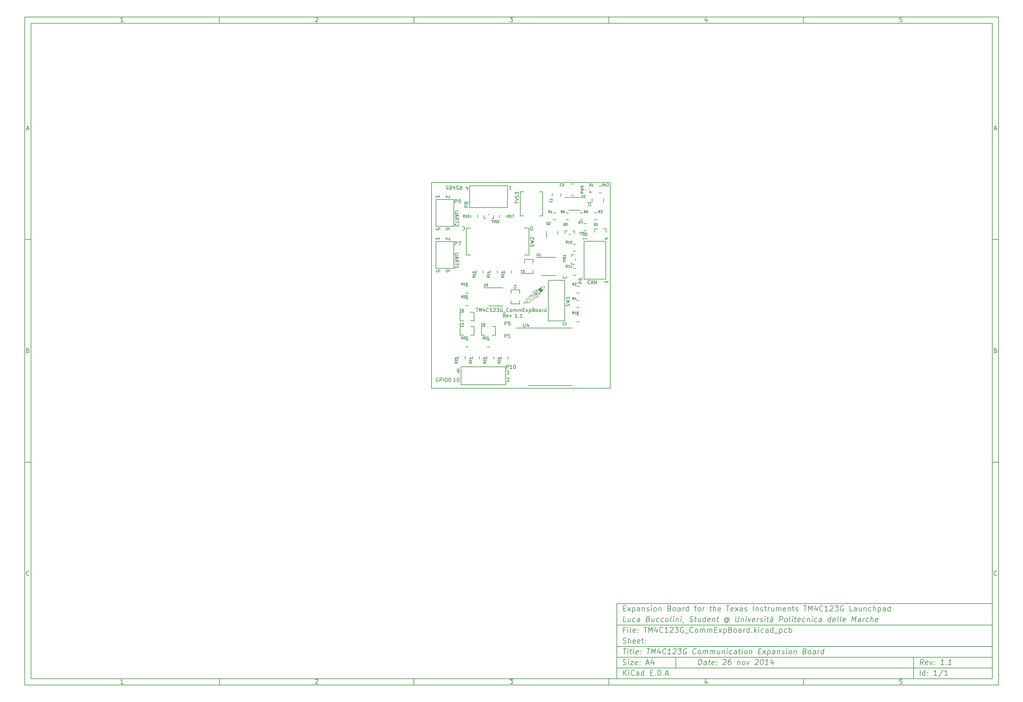
<source format=gto>
G04 (created by PCBNEW (2013-07-07 BZR 4022)-stable) date 11/26/2014 18:45:40*
%MOIN*%
G04 Gerber Fmt 3.4, Leading zero omitted, Abs format*
%FSLAX34Y34*%
G01*
G70*
G90*
G04 APERTURE LIST*
%ADD10C,0.00590551*%
%ADD11C,0.00625*%
%ADD12C,0.00629921*%
%ADD13C,0.0001*%
%ADD14C,0.00708661*%
%ADD15C,0.006*%
%ADD16C,0.008*%
G04 APERTURE END LIST*
G54D10*
X4000Y-4000D02*
X112930Y-4000D01*
X112930Y-78680D01*
X4000Y-78680D01*
X4000Y-4000D01*
X4700Y-4700D02*
X112230Y-4700D01*
X112230Y-77980D01*
X4700Y-77980D01*
X4700Y-4700D01*
X25780Y-4000D02*
X25780Y-4700D01*
X15032Y-4552D02*
X14747Y-4552D01*
X14890Y-4552D02*
X14890Y-4052D01*
X14842Y-4123D01*
X14794Y-4171D01*
X14747Y-4195D01*
X25780Y-78680D02*
X25780Y-77980D01*
X15032Y-78532D02*
X14747Y-78532D01*
X14890Y-78532D02*
X14890Y-78032D01*
X14842Y-78103D01*
X14794Y-78151D01*
X14747Y-78175D01*
X47560Y-4000D02*
X47560Y-4700D01*
X36527Y-4100D02*
X36550Y-4076D01*
X36598Y-4052D01*
X36717Y-4052D01*
X36765Y-4076D01*
X36789Y-4100D01*
X36812Y-4147D01*
X36812Y-4195D01*
X36789Y-4266D01*
X36503Y-4552D01*
X36812Y-4552D01*
X47560Y-78680D02*
X47560Y-77980D01*
X36527Y-78080D02*
X36550Y-78056D01*
X36598Y-78032D01*
X36717Y-78032D01*
X36765Y-78056D01*
X36789Y-78080D01*
X36812Y-78127D01*
X36812Y-78175D01*
X36789Y-78246D01*
X36503Y-78532D01*
X36812Y-78532D01*
X69340Y-4000D02*
X69340Y-4700D01*
X58283Y-4052D02*
X58592Y-4052D01*
X58426Y-4242D01*
X58497Y-4242D01*
X58545Y-4266D01*
X58569Y-4290D01*
X58592Y-4338D01*
X58592Y-4457D01*
X58569Y-4504D01*
X58545Y-4528D01*
X58497Y-4552D01*
X58354Y-4552D01*
X58307Y-4528D01*
X58283Y-4504D01*
X69340Y-78680D02*
X69340Y-77980D01*
X58283Y-78032D02*
X58592Y-78032D01*
X58426Y-78222D01*
X58497Y-78222D01*
X58545Y-78246D01*
X58569Y-78270D01*
X58592Y-78318D01*
X58592Y-78437D01*
X58569Y-78484D01*
X58545Y-78508D01*
X58497Y-78532D01*
X58354Y-78532D01*
X58307Y-78508D01*
X58283Y-78484D01*
X91120Y-4000D02*
X91120Y-4700D01*
X80325Y-4219D02*
X80325Y-4552D01*
X80206Y-4028D02*
X80087Y-4385D01*
X80396Y-4385D01*
X91120Y-78680D02*
X91120Y-77980D01*
X80325Y-78199D02*
X80325Y-78532D01*
X80206Y-78008D02*
X80087Y-78365D01*
X80396Y-78365D01*
X102129Y-4052D02*
X101890Y-4052D01*
X101867Y-4290D01*
X101890Y-4266D01*
X101938Y-4242D01*
X102057Y-4242D01*
X102105Y-4266D01*
X102129Y-4290D01*
X102152Y-4338D01*
X102152Y-4457D01*
X102129Y-4504D01*
X102105Y-4528D01*
X102057Y-4552D01*
X101938Y-4552D01*
X101890Y-4528D01*
X101867Y-4504D01*
X102129Y-78032D02*
X101890Y-78032D01*
X101867Y-78270D01*
X101890Y-78246D01*
X101938Y-78222D01*
X102057Y-78222D01*
X102105Y-78246D01*
X102129Y-78270D01*
X102152Y-78318D01*
X102152Y-78437D01*
X102129Y-78484D01*
X102105Y-78508D01*
X102057Y-78532D01*
X101938Y-78532D01*
X101890Y-78508D01*
X101867Y-78484D01*
X4000Y-28890D02*
X4700Y-28890D01*
X4230Y-16509D02*
X4469Y-16509D01*
X4183Y-16652D02*
X4350Y-16152D01*
X4516Y-16652D01*
X112930Y-28890D02*
X112230Y-28890D01*
X112460Y-16509D02*
X112699Y-16509D01*
X112413Y-16652D02*
X112580Y-16152D01*
X112746Y-16652D01*
X4000Y-53780D02*
X4700Y-53780D01*
X4385Y-41280D02*
X4457Y-41304D01*
X4480Y-41328D01*
X4504Y-41375D01*
X4504Y-41447D01*
X4480Y-41494D01*
X4457Y-41518D01*
X4409Y-41542D01*
X4219Y-41542D01*
X4219Y-41042D01*
X4385Y-41042D01*
X4433Y-41066D01*
X4457Y-41090D01*
X4480Y-41137D01*
X4480Y-41185D01*
X4457Y-41232D01*
X4433Y-41256D01*
X4385Y-41280D01*
X4219Y-41280D01*
X112930Y-53780D02*
X112230Y-53780D01*
X112615Y-41280D02*
X112687Y-41304D01*
X112710Y-41328D01*
X112734Y-41375D01*
X112734Y-41447D01*
X112710Y-41494D01*
X112687Y-41518D01*
X112639Y-41542D01*
X112449Y-41542D01*
X112449Y-41042D01*
X112615Y-41042D01*
X112663Y-41066D01*
X112687Y-41090D01*
X112710Y-41137D01*
X112710Y-41185D01*
X112687Y-41232D01*
X112663Y-41256D01*
X112615Y-41280D01*
X112449Y-41280D01*
X4504Y-66384D02*
X4480Y-66408D01*
X4409Y-66432D01*
X4361Y-66432D01*
X4290Y-66408D01*
X4242Y-66360D01*
X4219Y-66313D01*
X4195Y-66218D01*
X4195Y-66146D01*
X4219Y-66051D01*
X4242Y-66003D01*
X4290Y-65956D01*
X4361Y-65932D01*
X4409Y-65932D01*
X4480Y-65956D01*
X4504Y-65980D01*
X112734Y-66384D02*
X112710Y-66408D01*
X112639Y-66432D01*
X112591Y-66432D01*
X112520Y-66408D01*
X112472Y-66360D01*
X112449Y-66313D01*
X112425Y-66218D01*
X112425Y-66146D01*
X112449Y-66051D01*
X112472Y-66003D01*
X112520Y-65956D01*
X112591Y-65932D01*
X112639Y-65932D01*
X112710Y-65956D01*
X112734Y-65980D01*
X79380Y-76422D02*
X79455Y-75822D01*
X79597Y-75822D01*
X79680Y-75851D01*
X79730Y-75908D01*
X79751Y-75965D01*
X79765Y-76080D01*
X79755Y-76165D01*
X79712Y-76280D01*
X79676Y-76337D01*
X79612Y-76394D01*
X79522Y-76422D01*
X79380Y-76422D01*
X80237Y-76422D02*
X80276Y-76108D01*
X80255Y-76051D01*
X80201Y-76022D01*
X80087Y-76022D01*
X80026Y-76051D01*
X80240Y-76394D02*
X80180Y-76422D01*
X80037Y-76422D01*
X79983Y-76394D01*
X79962Y-76337D01*
X79969Y-76280D01*
X80005Y-76222D01*
X80065Y-76194D01*
X80208Y-76194D01*
X80269Y-76165D01*
X80487Y-76022D02*
X80715Y-76022D01*
X80597Y-75822D02*
X80533Y-76337D01*
X80555Y-76394D01*
X80608Y-76422D01*
X80665Y-76422D01*
X81097Y-76394D02*
X81037Y-76422D01*
X80922Y-76422D01*
X80869Y-76394D01*
X80847Y-76337D01*
X80876Y-76108D01*
X80912Y-76051D01*
X80972Y-76022D01*
X81087Y-76022D01*
X81140Y-76051D01*
X81162Y-76108D01*
X81155Y-76165D01*
X80862Y-76222D01*
X81387Y-76365D02*
X81412Y-76394D01*
X81380Y-76422D01*
X81355Y-76394D01*
X81387Y-76365D01*
X81380Y-76422D01*
X81426Y-76051D02*
X81451Y-76080D01*
X81419Y-76108D01*
X81394Y-76080D01*
X81426Y-76051D01*
X81419Y-76108D01*
X82162Y-75880D02*
X82194Y-75851D01*
X82255Y-75822D01*
X82397Y-75822D01*
X82451Y-75851D01*
X82476Y-75880D01*
X82497Y-75937D01*
X82490Y-75994D01*
X82451Y-76080D01*
X82065Y-76422D01*
X82437Y-76422D01*
X83026Y-75822D02*
X82912Y-75822D01*
X82851Y-75851D01*
X82819Y-75880D01*
X82751Y-75965D01*
X82708Y-76080D01*
X82680Y-76308D01*
X82701Y-76365D01*
X82726Y-76394D01*
X82780Y-76422D01*
X82894Y-76422D01*
X82955Y-76394D01*
X82987Y-76365D01*
X83022Y-76308D01*
X83040Y-76165D01*
X83019Y-76108D01*
X82994Y-76080D01*
X82940Y-76051D01*
X82826Y-76051D01*
X82765Y-76080D01*
X82733Y-76108D01*
X82697Y-76165D01*
X83772Y-76022D02*
X83722Y-76422D01*
X83765Y-76080D02*
X83797Y-76051D01*
X83858Y-76022D01*
X83944Y-76022D01*
X83997Y-76051D01*
X84019Y-76108D01*
X83980Y-76422D01*
X84351Y-76422D02*
X84297Y-76394D01*
X84272Y-76365D01*
X84251Y-76308D01*
X84272Y-76137D01*
X84308Y-76080D01*
X84340Y-76051D01*
X84401Y-76022D01*
X84487Y-76022D01*
X84540Y-76051D01*
X84565Y-76080D01*
X84587Y-76137D01*
X84565Y-76308D01*
X84530Y-76365D01*
X84497Y-76394D01*
X84437Y-76422D01*
X84351Y-76422D01*
X84801Y-76022D02*
X84894Y-76422D01*
X85087Y-76022D01*
X85762Y-75880D02*
X85794Y-75851D01*
X85855Y-75822D01*
X85997Y-75822D01*
X86051Y-75851D01*
X86076Y-75880D01*
X86097Y-75937D01*
X86090Y-75994D01*
X86051Y-76080D01*
X85665Y-76422D01*
X86037Y-76422D01*
X86483Y-75822D02*
X86540Y-75822D01*
X86594Y-75851D01*
X86619Y-75880D01*
X86640Y-75937D01*
X86655Y-76051D01*
X86637Y-76194D01*
X86594Y-76308D01*
X86558Y-76365D01*
X86526Y-76394D01*
X86465Y-76422D01*
X86408Y-76422D01*
X86355Y-76394D01*
X86330Y-76365D01*
X86308Y-76308D01*
X86294Y-76194D01*
X86312Y-76051D01*
X86355Y-75937D01*
X86390Y-75880D01*
X86422Y-75851D01*
X86483Y-75822D01*
X87180Y-76422D02*
X86837Y-76422D01*
X87008Y-76422D02*
X87083Y-75822D01*
X87015Y-75908D01*
X86951Y-75965D01*
X86890Y-75994D01*
X87744Y-76022D02*
X87694Y-76422D01*
X87630Y-75794D02*
X87433Y-76222D01*
X87805Y-76222D01*
X70972Y-77622D02*
X70972Y-77022D01*
X71315Y-77622D02*
X71058Y-77280D01*
X71315Y-77022D02*
X70972Y-77365D01*
X71572Y-77622D02*
X71572Y-77222D01*
X71572Y-77022D02*
X71544Y-77051D01*
X71572Y-77080D01*
X71601Y-77051D01*
X71572Y-77022D01*
X71572Y-77080D01*
X72201Y-77565D02*
X72172Y-77594D01*
X72087Y-77622D01*
X72030Y-77622D01*
X71944Y-77594D01*
X71887Y-77537D01*
X71858Y-77480D01*
X71830Y-77365D01*
X71830Y-77280D01*
X71858Y-77165D01*
X71887Y-77108D01*
X71944Y-77051D01*
X72030Y-77022D01*
X72087Y-77022D01*
X72172Y-77051D01*
X72201Y-77080D01*
X72715Y-77622D02*
X72715Y-77308D01*
X72687Y-77251D01*
X72630Y-77222D01*
X72515Y-77222D01*
X72458Y-77251D01*
X72715Y-77594D02*
X72658Y-77622D01*
X72515Y-77622D01*
X72458Y-77594D01*
X72430Y-77537D01*
X72430Y-77480D01*
X72458Y-77422D01*
X72515Y-77394D01*
X72658Y-77394D01*
X72715Y-77365D01*
X73258Y-77622D02*
X73258Y-77022D01*
X73258Y-77594D02*
X73201Y-77622D01*
X73087Y-77622D01*
X73030Y-77594D01*
X73001Y-77565D01*
X72972Y-77508D01*
X72972Y-77337D01*
X73001Y-77280D01*
X73030Y-77251D01*
X73087Y-77222D01*
X73201Y-77222D01*
X73258Y-77251D01*
X74001Y-77308D02*
X74201Y-77308D01*
X74287Y-77622D02*
X74001Y-77622D01*
X74001Y-77022D01*
X74287Y-77022D01*
X74544Y-77565D02*
X74572Y-77594D01*
X74544Y-77622D01*
X74515Y-77594D01*
X74544Y-77565D01*
X74544Y-77622D01*
X74829Y-77622D02*
X74829Y-77022D01*
X74972Y-77022D01*
X75058Y-77051D01*
X75115Y-77108D01*
X75144Y-77165D01*
X75172Y-77280D01*
X75172Y-77365D01*
X75144Y-77480D01*
X75115Y-77537D01*
X75058Y-77594D01*
X74972Y-77622D01*
X74829Y-77622D01*
X75429Y-77565D02*
X75458Y-77594D01*
X75429Y-77622D01*
X75401Y-77594D01*
X75429Y-77565D01*
X75429Y-77622D01*
X75687Y-77451D02*
X75972Y-77451D01*
X75629Y-77622D02*
X75829Y-77022D01*
X76029Y-77622D01*
X76229Y-77565D02*
X76258Y-77594D01*
X76229Y-77622D01*
X76201Y-77594D01*
X76229Y-77565D01*
X76229Y-77622D01*
X104522Y-76422D02*
X104358Y-76137D01*
X104180Y-76422D02*
X104255Y-75822D01*
X104483Y-75822D01*
X104537Y-75851D01*
X104562Y-75880D01*
X104583Y-75937D01*
X104572Y-76022D01*
X104537Y-76080D01*
X104505Y-76108D01*
X104444Y-76137D01*
X104215Y-76137D01*
X105012Y-76394D02*
X104951Y-76422D01*
X104837Y-76422D01*
X104783Y-76394D01*
X104762Y-76337D01*
X104790Y-76108D01*
X104826Y-76051D01*
X104887Y-76022D01*
X105001Y-76022D01*
X105055Y-76051D01*
X105076Y-76108D01*
X105069Y-76165D01*
X104776Y-76222D01*
X105287Y-76022D02*
X105380Y-76422D01*
X105572Y-76022D01*
X105758Y-76365D02*
X105783Y-76394D01*
X105751Y-76422D01*
X105726Y-76394D01*
X105758Y-76365D01*
X105751Y-76422D01*
X105797Y-76051D02*
X105822Y-76080D01*
X105790Y-76108D01*
X105765Y-76080D01*
X105797Y-76051D01*
X105790Y-76108D01*
X106808Y-76422D02*
X106465Y-76422D01*
X106637Y-76422D02*
X106712Y-75822D01*
X106644Y-75908D01*
X106580Y-75965D01*
X106519Y-75994D01*
X107072Y-76365D02*
X107097Y-76394D01*
X107065Y-76422D01*
X107040Y-76394D01*
X107072Y-76365D01*
X107065Y-76422D01*
X107665Y-76422D02*
X107322Y-76422D01*
X107494Y-76422D02*
X107569Y-75822D01*
X107501Y-75908D01*
X107437Y-75965D01*
X107376Y-75994D01*
X70944Y-76394D02*
X71030Y-76422D01*
X71172Y-76422D01*
X71230Y-76394D01*
X71258Y-76365D01*
X71287Y-76308D01*
X71287Y-76251D01*
X71258Y-76194D01*
X71230Y-76165D01*
X71172Y-76137D01*
X71058Y-76108D01*
X71001Y-76080D01*
X70972Y-76051D01*
X70944Y-75994D01*
X70944Y-75937D01*
X70972Y-75880D01*
X71001Y-75851D01*
X71058Y-75822D01*
X71201Y-75822D01*
X71287Y-75851D01*
X71544Y-76422D02*
X71544Y-76022D01*
X71544Y-75822D02*
X71515Y-75851D01*
X71544Y-75880D01*
X71572Y-75851D01*
X71544Y-75822D01*
X71544Y-75880D01*
X71772Y-76022D02*
X72087Y-76022D01*
X71772Y-76422D01*
X72087Y-76422D01*
X72544Y-76394D02*
X72487Y-76422D01*
X72372Y-76422D01*
X72315Y-76394D01*
X72287Y-76337D01*
X72287Y-76108D01*
X72315Y-76051D01*
X72372Y-76022D01*
X72487Y-76022D01*
X72544Y-76051D01*
X72572Y-76108D01*
X72572Y-76165D01*
X72287Y-76222D01*
X72830Y-76365D02*
X72858Y-76394D01*
X72830Y-76422D01*
X72801Y-76394D01*
X72830Y-76365D01*
X72830Y-76422D01*
X72830Y-76051D02*
X72858Y-76080D01*
X72830Y-76108D01*
X72801Y-76080D01*
X72830Y-76051D01*
X72830Y-76108D01*
X73544Y-76251D02*
X73830Y-76251D01*
X73487Y-76422D02*
X73687Y-75822D01*
X73887Y-76422D01*
X74344Y-76022D02*
X74344Y-76422D01*
X74201Y-75794D02*
X74058Y-76222D01*
X74430Y-76222D01*
X104172Y-77622D02*
X104172Y-77022D01*
X104715Y-77622D02*
X104715Y-77022D01*
X104715Y-77594D02*
X104658Y-77622D01*
X104544Y-77622D01*
X104487Y-77594D01*
X104458Y-77565D01*
X104430Y-77508D01*
X104430Y-77337D01*
X104458Y-77280D01*
X104487Y-77251D01*
X104544Y-77222D01*
X104658Y-77222D01*
X104715Y-77251D01*
X105001Y-77565D02*
X105030Y-77594D01*
X105001Y-77622D01*
X104972Y-77594D01*
X105001Y-77565D01*
X105001Y-77622D01*
X105001Y-77251D02*
X105030Y-77280D01*
X105001Y-77308D01*
X104972Y-77280D01*
X105001Y-77251D01*
X105001Y-77308D01*
X106058Y-77622D02*
X105715Y-77622D01*
X105887Y-77622D02*
X105887Y-77022D01*
X105829Y-77108D01*
X105772Y-77165D01*
X105715Y-77194D01*
X106744Y-76994D02*
X106230Y-77765D01*
X107258Y-77622D02*
X106915Y-77622D01*
X107087Y-77622D02*
X107087Y-77022D01*
X107029Y-77108D01*
X106972Y-77165D01*
X106915Y-77194D01*
X70969Y-74622D02*
X71312Y-74622D01*
X71065Y-75222D02*
X71140Y-74622D01*
X71437Y-75222D02*
X71487Y-74822D01*
X71512Y-74622D02*
X71480Y-74651D01*
X71505Y-74680D01*
X71537Y-74651D01*
X71512Y-74622D01*
X71505Y-74680D01*
X71687Y-74822D02*
X71915Y-74822D01*
X71797Y-74622D02*
X71733Y-75137D01*
X71755Y-75194D01*
X71808Y-75222D01*
X71865Y-75222D01*
X72151Y-75222D02*
X72097Y-75194D01*
X72076Y-75137D01*
X72140Y-74622D01*
X72612Y-75194D02*
X72551Y-75222D01*
X72437Y-75222D01*
X72383Y-75194D01*
X72362Y-75137D01*
X72390Y-74908D01*
X72426Y-74851D01*
X72487Y-74822D01*
X72601Y-74822D01*
X72655Y-74851D01*
X72676Y-74908D01*
X72669Y-74965D01*
X72376Y-75022D01*
X72901Y-75165D02*
X72926Y-75194D01*
X72894Y-75222D01*
X72869Y-75194D01*
X72901Y-75165D01*
X72894Y-75222D01*
X72940Y-74851D02*
X72965Y-74880D01*
X72933Y-74908D01*
X72908Y-74880D01*
X72940Y-74851D01*
X72933Y-74908D01*
X73626Y-74622D02*
X73969Y-74622D01*
X73722Y-75222D02*
X73797Y-74622D01*
X74094Y-75222D02*
X74169Y-74622D01*
X74315Y-75051D01*
X74569Y-74622D01*
X74494Y-75222D01*
X75087Y-74822D02*
X75037Y-75222D01*
X74972Y-74594D02*
X74776Y-75022D01*
X75147Y-75022D01*
X75701Y-75165D02*
X75669Y-75194D01*
X75580Y-75222D01*
X75522Y-75222D01*
X75440Y-75194D01*
X75390Y-75137D01*
X75369Y-75080D01*
X75355Y-74965D01*
X75365Y-74880D01*
X75408Y-74765D01*
X75444Y-74708D01*
X75508Y-74651D01*
X75597Y-74622D01*
X75655Y-74622D01*
X75737Y-74651D01*
X75762Y-74680D01*
X76265Y-75222D02*
X75922Y-75222D01*
X76094Y-75222D02*
X76169Y-74622D01*
X76101Y-74708D01*
X76037Y-74765D01*
X75976Y-74794D01*
X76562Y-74680D02*
X76594Y-74651D01*
X76655Y-74622D01*
X76797Y-74622D01*
X76851Y-74651D01*
X76876Y-74680D01*
X76897Y-74737D01*
X76890Y-74794D01*
X76851Y-74880D01*
X76465Y-75222D01*
X76837Y-75222D01*
X77112Y-74622D02*
X77483Y-74622D01*
X77255Y-74851D01*
X77340Y-74851D01*
X77394Y-74880D01*
X77419Y-74908D01*
X77440Y-74965D01*
X77422Y-75108D01*
X77387Y-75165D01*
X77355Y-75194D01*
X77294Y-75222D01*
X77122Y-75222D01*
X77069Y-75194D01*
X77044Y-75165D01*
X78051Y-74651D02*
X77997Y-74622D01*
X77912Y-74622D01*
X77822Y-74651D01*
X77758Y-74708D01*
X77722Y-74765D01*
X77680Y-74880D01*
X77669Y-74965D01*
X77683Y-75080D01*
X77705Y-75137D01*
X77755Y-75194D01*
X77837Y-75222D01*
X77894Y-75222D01*
X77983Y-75194D01*
X78015Y-75165D01*
X78040Y-74965D01*
X77926Y-74965D01*
X79072Y-75165D02*
X79040Y-75194D01*
X78951Y-75222D01*
X78894Y-75222D01*
X78812Y-75194D01*
X78762Y-75137D01*
X78740Y-75080D01*
X78726Y-74965D01*
X78737Y-74880D01*
X78780Y-74765D01*
X78815Y-74708D01*
X78880Y-74651D01*
X78969Y-74622D01*
X79026Y-74622D01*
X79108Y-74651D01*
X79133Y-74680D01*
X79408Y-75222D02*
X79355Y-75194D01*
X79330Y-75165D01*
X79308Y-75108D01*
X79330Y-74937D01*
X79365Y-74880D01*
X79397Y-74851D01*
X79458Y-74822D01*
X79544Y-74822D01*
X79597Y-74851D01*
X79622Y-74880D01*
X79644Y-74937D01*
X79622Y-75108D01*
X79587Y-75165D01*
X79555Y-75194D01*
X79494Y-75222D01*
X79408Y-75222D01*
X79865Y-75222D02*
X79915Y-74822D01*
X79908Y-74880D02*
X79940Y-74851D01*
X80001Y-74822D01*
X80087Y-74822D01*
X80140Y-74851D01*
X80162Y-74908D01*
X80122Y-75222D01*
X80162Y-74908D02*
X80197Y-74851D01*
X80258Y-74822D01*
X80344Y-74822D01*
X80397Y-74851D01*
X80419Y-74908D01*
X80380Y-75222D01*
X80665Y-75222D02*
X80715Y-74822D01*
X80708Y-74880D02*
X80740Y-74851D01*
X80801Y-74822D01*
X80887Y-74822D01*
X80940Y-74851D01*
X80962Y-74908D01*
X80922Y-75222D01*
X80962Y-74908D02*
X80997Y-74851D01*
X81058Y-74822D01*
X81144Y-74822D01*
X81197Y-74851D01*
X81219Y-74908D01*
X81180Y-75222D01*
X81772Y-74822D02*
X81722Y-75222D01*
X81515Y-74822D02*
X81476Y-75137D01*
X81497Y-75194D01*
X81551Y-75222D01*
X81637Y-75222D01*
X81697Y-75194D01*
X81730Y-75165D01*
X82058Y-74822D02*
X82008Y-75222D01*
X82051Y-74880D02*
X82083Y-74851D01*
X82144Y-74822D01*
X82230Y-74822D01*
X82283Y-74851D01*
X82305Y-74908D01*
X82265Y-75222D01*
X82551Y-75222D02*
X82601Y-74822D01*
X82626Y-74622D02*
X82594Y-74651D01*
X82619Y-74680D01*
X82651Y-74651D01*
X82626Y-74622D01*
X82619Y-74680D01*
X83097Y-75194D02*
X83037Y-75222D01*
X82922Y-75222D01*
X82869Y-75194D01*
X82844Y-75165D01*
X82822Y-75108D01*
X82844Y-74937D01*
X82880Y-74880D01*
X82912Y-74851D01*
X82972Y-74822D01*
X83087Y-74822D01*
X83140Y-74851D01*
X83608Y-75222D02*
X83647Y-74908D01*
X83626Y-74851D01*
X83572Y-74822D01*
X83458Y-74822D01*
X83397Y-74851D01*
X83612Y-75194D02*
X83551Y-75222D01*
X83408Y-75222D01*
X83355Y-75194D01*
X83333Y-75137D01*
X83340Y-75080D01*
X83376Y-75022D01*
X83437Y-74994D01*
X83580Y-74994D01*
X83640Y-74965D01*
X83858Y-74822D02*
X84087Y-74822D01*
X83969Y-74622D02*
X83905Y-75137D01*
X83926Y-75194D01*
X83980Y-75222D01*
X84037Y-75222D01*
X84237Y-75222D02*
X84287Y-74822D01*
X84312Y-74622D02*
X84280Y-74651D01*
X84305Y-74680D01*
X84337Y-74651D01*
X84312Y-74622D01*
X84305Y-74680D01*
X84608Y-75222D02*
X84555Y-75194D01*
X84530Y-75165D01*
X84508Y-75108D01*
X84530Y-74937D01*
X84565Y-74880D01*
X84597Y-74851D01*
X84658Y-74822D01*
X84744Y-74822D01*
X84797Y-74851D01*
X84822Y-74880D01*
X84844Y-74937D01*
X84822Y-75108D01*
X84787Y-75165D01*
X84755Y-75194D01*
X84694Y-75222D01*
X84608Y-75222D01*
X85115Y-74822D02*
X85065Y-75222D01*
X85108Y-74880D02*
X85140Y-74851D01*
X85201Y-74822D01*
X85287Y-74822D01*
X85340Y-74851D01*
X85362Y-74908D01*
X85322Y-75222D01*
X86105Y-74908D02*
X86305Y-74908D01*
X86351Y-75222D02*
X86065Y-75222D01*
X86140Y-74622D01*
X86426Y-74622D01*
X86551Y-75222D02*
X86915Y-74822D01*
X86601Y-74822D02*
X86865Y-75222D01*
X87144Y-74822D02*
X87069Y-75422D01*
X87140Y-74851D02*
X87201Y-74822D01*
X87315Y-74822D01*
X87369Y-74851D01*
X87394Y-74880D01*
X87415Y-74937D01*
X87394Y-75108D01*
X87358Y-75165D01*
X87326Y-75194D01*
X87265Y-75222D01*
X87151Y-75222D01*
X87097Y-75194D01*
X87894Y-75222D02*
X87933Y-74908D01*
X87912Y-74851D01*
X87858Y-74822D01*
X87744Y-74822D01*
X87683Y-74851D01*
X87897Y-75194D02*
X87837Y-75222D01*
X87694Y-75222D01*
X87640Y-75194D01*
X87619Y-75137D01*
X87626Y-75080D01*
X87662Y-75022D01*
X87722Y-74994D01*
X87865Y-74994D01*
X87926Y-74965D01*
X88230Y-74822D02*
X88180Y-75222D01*
X88222Y-74880D02*
X88255Y-74851D01*
X88315Y-74822D01*
X88401Y-74822D01*
X88455Y-74851D01*
X88476Y-74908D01*
X88437Y-75222D01*
X88697Y-75194D02*
X88751Y-75222D01*
X88865Y-75222D01*
X88926Y-75194D01*
X88962Y-75137D01*
X88965Y-75108D01*
X88944Y-75051D01*
X88890Y-75022D01*
X88805Y-75022D01*
X88751Y-74994D01*
X88730Y-74937D01*
X88733Y-74908D01*
X88769Y-74851D01*
X88830Y-74822D01*
X88915Y-74822D01*
X88969Y-74851D01*
X89208Y-75222D02*
X89258Y-74822D01*
X89283Y-74622D02*
X89251Y-74651D01*
X89276Y-74680D01*
X89308Y-74651D01*
X89283Y-74622D01*
X89276Y-74680D01*
X89579Y-75222D02*
X89526Y-75194D01*
X89501Y-75165D01*
X89480Y-75108D01*
X89501Y-74937D01*
X89537Y-74880D01*
X89569Y-74851D01*
X89629Y-74822D01*
X89715Y-74822D01*
X89769Y-74851D01*
X89794Y-74880D01*
X89815Y-74937D01*
X89794Y-75108D01*
X89758Y-75165D01*
X89726Y-75194D01*
X89665Y-75222D01*
X89579Y-75222D01*
X90087Y-74822D02*
X90037Y-75222D01*
X90079Y-74880D02*
X90112Y-74851D01*
X90172Y-74822D01*
X90258Y-74822D01*
X90312Y-74851D01*
X90333Y-74908D01*
X90294Y-75222D01*
X91276Y-74908D02*
X91358Y-74937D01*
X91383Y-74965D01*
X91404Y-75022D01*
X91394Y-75108D01*
X91358Y-75165D01*
X91326Y-75194D01*
X91265Y-75222D01*
X91037Y-75222D01*
X91112Y-74622D01*
X91312Y-74622D01*
X91365Y-74651D01*
X91390Y-74680D01*
X91412Y-74737D01*
X91404Y-74794D01*
X91369Y-74851D01*
X91337Y-74880D01*
X91276Y-74908D01*
X91076Y-74908D01*
X91722Y-75222D02*
X91669Y-75194D01*
X91644Y-75165D01*
X91622Y-75108D01*
X91644Y-74937D01*
X91679Y-74880D01*
X91712Y-74851D01*
X91772Y-74822D01*
X91858Y-74822D01*
X91912Y-74851D01*
X91937Y-74880D01*
X91958Y-74937D01*
X91937Y-75108D01*
X91901Y-75165D01*
X91869Y-75194D01*
X91808Y-75222D01*
X91722Y-75222D01*
X92437Y-75222D02*
X92476Y-74908D01*
X92454Y-74851D01*
X92401Y-74822D01*
X92287Y-74822D01*
X92226Y-74851D01*
X92440Y-75194D02*
X92379Y-75222D01*
X92237Y-75222D01*
X92183Y-75194D01*
X92162Y-75137D01*
X92169Y-75080D01*
X92204Y-75022D01*
X92265Y-74994D01*
X92408Y-74994D01*
X92469Y-74965D01*
X92722Y-75222D02*
X92772Y-74822D01*
X92758Y-74937D02*
X92794Y-74880D01*
X92826Y-74851D01*
X92887Y-74822D01*
X92944Y-74822D01*
X93351Y-75222D02*
X93426Y-74622D01*
X93354Y-75194D02*
X93294Y-75222D01*
X93179Y-75222D01*
X93126Y-75194D01*
X93101Y-75165D01*
X93080Y-75108D01*
X93101Y-74937D01*
X93137Y-74880D01*
X93169Y-74851D01*
X93229Y-74822D01*
X93344Y-74822D01*
X93397Y-74851D01*
X71172Y-72508D02*
X70972Y-72508D01*
X70972Y-72822D02*
X70972Y-72222D01*
X71258Y-72222D01*
X71487Y-72822D02*
X71487Y-72422D01*
X71487Y-72222D02*
X71458Y-72251D01*
X71487Y-72280D01*
X71515Y-72251D01*
X71487Y-72222D01*
X71487Y-72280D01*
X71858Y-72822D02*
X71801Y-72794D01*
X71772Y-72737D01*
X71772Y-72222D01*
X72315Y-72794D02*
X72258Y-72822D01*
X72144Y-72822D01*
X72087Y-72794D01*
X72058Y-72737D01*
X72058Y-72508D01*
X72087Y-72451D01*
X72144Y-72422D01*
X72258Y-72422D01*
X72315Y-72451D01*
X72344Y-72508D01*
X72344Y-72565D01*
X72058Y-72622D01*
X72601Y-72765D02*
X72630Y-72794D01*
X72601Y-72822D01*
X72572Y-72794D01*
X72601Y-72765D01*
X72601Y-72822D01*
X72601Y-72451D02*
X72630Y-72480D01*
X72601Y-72508D01*
X72572Y-72480D01*
X72601Y-72451D01*
X72601Y-72508D01*
X73258Y-72222D02*
X73601Y-72222D01*
X73430Y-72822D02*
X73430Y-72222D01*
X73801Y-72822D02*
X73801Y-72222D01*
X74001Y-72651D01*
X74201Y-72222D01*
X74201Y-72822D01*
X74744Y-72422D02*
X74744Y-72822D01*
X74601Y-72194D02*
X74458Y-72622D01*
X74830Y-72622D01*
X75401Y-72765D02*
X75372Y-72794D01*
X75287Y-72822D01*
X75230Y-72822D01*
X75144Y-72794D01*
X75087Y-72737D01*
X75058Y-72680D01*
X75030Y-72565D01*
X75030Y-72480D01*
X75058Y-72365D01*
X75087Y-72308D01*
X75144Y-72251D01*
X75230Y-72222D01*
X75287Y-72222D01*
X75372Y-72251D01*
X75401Y-72280D01*
X75972Y-72822D02*
X75630Y-72822D01*
X75801Y-72822D02*
X75801Y-72222D01*
X75744Y-72308D01*
X75687Y-72365D01*
X75630Y-72394D01*
X76201Y-72280D02*
X76230Y-72251D01*
X76287Y-72222D01*
X76430Y-72222D01*
X76487Y-72251D01*
X76515Y-72280D01*
X76544Y-72337D01*
X76544Y-72394D01*
X76515Y-72480D01*
X76172Y-72822D01*
X76544Y-72822D01*
X76744Y-72222D02*
X77115Y-72222D01*
X76915Y-72451D01*
X77001Y-72451D01*
X77058Y-72480D01*
X77087Y-72508D01*
X77115Y-72565D01*
X77115Y-72708D01*
X77087Y-72765D01*
X77058Y-72794D01*
X77001Y-72822D01*
X76830Y-72822D01*
X76772Y-72794D01*
X76744Y-72765D01*
X77687Y-72251D02*
X77630Y-72222D01*
X77544Y-72222D01*
X77458Y-72251D01*
X77401Y-72308D01*
X77372Y-72365D01*
X77344Y-72480D01*
X77344Y-72565D01*
X77372Y-72680D01*
X77401Y-72737D01*
X77458Y-72794D01*
X77544Y-72822D01*
X77601Y-72822D01*
X77687Y-72794D01*
X77715Y-72765D01*
X77715Y-72565D01*
X77601Y-72565D01*
X77830Y-72880D02*
X78287Y-72880D01*
X78772Y-72765D02*
X78744Y-72794D01*
X78658Y-72822D01*
X78601Y-72822D01*
X78515Y-72794D01*
X78458Y-72737D01*
X78430Y-72680D01*
X78401Y-72565D01*
X78401Y-72480D01*
X78430Y-72365D01*
X78458Y-72308D01*
X78515Y-72251D01*
X78601Y-72222D01*
X78658Y-72222D01*
X78744Y-72251D01*
X78772Y-72280D01*
X79115Y-72822D02*
X79058Y-72794D01*
X79030Y-72765D01*
X79001Y-72708D01*
X79001Y-72537D01*
X79030Y-72480D01*
X79058Y-72451D01*
X79115Y-72422D01*
X79201Y-72422D01*
X79258Y-72451D01*
X79287Y-72480D01*
X79315Y-72537D01*
X79315Y-72708D01*
X79287Y-72765D01*
X79258Y-72794D01*
X79201Y-72822D01*
X79115Y-72822D01*
X79572Y-72822D02*
X79572Y-72422D01*
X79572Y-72480D02*
X79601Y-72451D01*
X79658Y-72422D01*
X79744Y-72422D01*
X79801Y-72451D01*
X79830Y-72508D01*
X79830Y-72822D01*
X79830Y-72508D02*
X79858Y-72451D01*
X79915Y-72422D01*
X80001Y-72422D01*
X80058Y-72451D01*
X80087Y-72508D01*
X80087Y-72822D01*
X80372Y-72822D02*
X80372Y-72422D01*
X80372Y-72480D02*
X80401Y-72451D01*
X80458Y-72422D01*
X80544Y-72422D01*
X80601Y-72451D01*
X80630Y-72508D01*
X80630Y-72822D01*
X80630Y-72508D02*
X80658Y-72451D01*
X80715Y-72422D01*
X80801Y-72422D01*
X80858Y-72451D01*
X80887Y-72508D01*
X80887Y-72822D01*
X81172Y-72508D02*
X81372Y-72508D01*
X81458Y-72822D02*
X81172Y-72822D01*
X81172Y-72222D01*
X81458Y-72222D01*
X81658Y-72822D02*
X81972Y-72422D01*
X81658Y-72422D02*
X81972Y-72822D01*
X82201Y-72422D02*
X82201Y-73022D01*
X82201Y-72451D02*
X82258Y-72422D01*
X82372Y-72422D01*
X82430Y-72451D01*
X82458Y-72480D01*
X82487Y-72537D01*
X82487Y-72708D01*
X82458Y-72765D01*
X82430Y-72794D01*
X82372Y-72822D01*
X82258Y-72822D01*
X82201Y-72794D01*
X82944Y-72508D02*
X83030Y-72537D01*
X83058Y-72565D01*
X83087Y-72622D01*
X83087Y-72708D01*
X83058Y-72765D01*
X83030Y-72794D01*
X82972Y-72822D01*
X82744Y-72822D01*
X82744Y-72222D01*
X82944Y-72222D01*
X83001Y-72251D01*
X83030Y-72280D01*
X83058Y-72337D01*
X83058Y-72394D01*
X83030Y-72451D01*
X83001Y-72480D01*
X82944Y-72508D01*
X82744Y-72508D01*
X83430Y-72822D02*
X83372Y-72794D01*
X83344Y-72765D01*
X83315Y-72708D01*
X83315Y-72537D01*
X83344Y-72480D01*
X83372Y-72451D01*
X83430Y-72422D01*
X83515Y-72422D01*
X83572Y-72451D01*
X83601Y-72480D01*
X83630Y-72537D01*
X83630Y-72708D01*
X83601Y-72765D01*
X83572Y-72794D01*
X83515Y-72822D01*
X83430Y-72822D01*
X84144Y-72822D02*
X84144Y-72508D01*
X84115Y-72451D01*
X84058Y-72422D01*
X83944Y-72422D01*
X83887Y-72451D01*
X84144Y-72794D02*
X84087Y-72822D01*
X83944Y-72822D01*
X83887Y-72794D01*
X83858Y-72737D01*
X83858Y-72680D01*
X83887Y-72622D01*
X83944Y-72594D01*
X84087Y-72594D01*
X84144Y-72565D01*
X84430Y-72822D02*
X84430Y-72422D01*
X84430Y-72537D02*
X84458Y-72480D01*
X84487Y-72451D01*
X84544Y-72422D01*
X84601Y-72422D01*
X85058Y-72822D02*
X85058Y-72222D01*
X85058Y-72794D02*
X85001Y-72822D01*
X84887Y-72822D01*
X84830Y-72794D01*
X84801Y-72765D01*
X84772Y-72708D01*
X84772Y-72537D01*
X84801Y-72480D01*
X84830Y-72451D01*
X84887Y-72422D01*
X85001Y-72422D01*
X85058Y-72451D01*
X85344Y-72765D02*
X85372Y-72794D01*
X85344Y-72822D01*
X85315Y-72794D01*
X85344Y-72765D01*
X85344Y-72822D01*
X85630Y-72822D02*
X85630Y-72222D01*
X85687Y-72594D02*
X85858Y-72822D01*
X85858Y-72422D02*
X85630Y-72651D01*
X86115Y-72822D02*
X86115Y-72422D01*
X86115Y-72222D02*
X86087Y-72251D01*
X86115Y-72280D01*
X86144Y-72251D01*
X86115Y-72222D01*
X86115Y-72280D01*
X86658Y-72794D02*
X86601Y-72822D01*
X86487Y-72822D01*
X86430Y-72794D01*
X86401Y-72765D01*
X86372Y-72708D01*
X86372Y-72537D01*
X86401Y-72480D01*
X86430Y-72451D01*
X86487Y-72422D01*
X86601Y-72422D01*
X86658Y-72451D01*
X87172Y-72822D02*
X87172Y-72508D01*
X87144Y-72451D01*
X87087Y-72422D01*
X86972Y-72422D01*
X86915Y-72451D01*
X87172Y-72794D02*
X87115Y-72822D01*
X86972Y-72822D01*
X86915Y-72794D01*
X86887Y-72737D01*
X86887Y-72680D01*
X86915Y-72622D01*
X86972Y-72594D01*
X87115Y-72594D01*
X87172Y-72565D01*
X87715Y-72822D02*
X87715Y-72222D01*
X87715Y-72794D02*
X87658Y-72822D01*
X87544Y-72822D01*
X87487Y-72794D01*
X87458Y-72765D01*
X87430Y-72708D01*
X87430Y-72537D01*
X87458Y-72480D01*
X87487Y-72451D01*
X87544Y-72422D01*
X87658Y-72422D01*
X87715Y-72451D01*
X87858Y-72880D02*
X88315Y-72880D01*
X88458Y-72422D02*
X88458Y-73022D01*
X88458Y-72451D02*
X88515Y-72422D01*
X88630Y-72422D01*
X88687Y-72451D01*
X88715Y-72480D01*
X88744Y-72537D01*
X88744Y-72708D01*
X88715Y-72765D01*
X88687Y-72794D01*
X88630Y-72822D01*
X88515Y-72822D01*
X88458Y-72794D01*
X89258Y-72794D02*
X89201Y-72822D01*
X89087Y-72822D01*
X89030Y-72794D01*
X89001Y-72765D01*
X88972Y-72708D01*
X88972Y-72537D01*
X89001Y-72480D01*
X89030Y-72451D01*
X89087Y-72422D01*
X89201Y-72422D01*
X89258Y-72451D01*
X89515Y-72822D02*
X89515Y-72222D01*
X89515Y-72451D02*
X89572Y-72422D01*
X89687Y-72422D01*
X89744Y-72451D01*
X89772Y-72480D01*
X89801Y-72537D01*
X89801Y-72708D01*
X89772Y-72765D01*
X89744Y-72794D01*
X89687Y-72822D01*
X89572Y-72822D01*
X89515Y-72794D01*
X70944Y-73994D02*
X71030Y-74022D01*
X71172Y-74022D01*
X71230Y-73994D01*
X71258Y-73965D01*
X71287Y-73908D01*
X71287Y-73851D01*
X71258Y-73794D01*
X71230Y-73765D01*
X71172Y-73737D01*
X71058Y-73708D01*
X71001Y-73680D01*
X70972Y-73651D01*
X70944Y-73594D01*
X70944Y-73537D01*
X70972Y-73480D01*
X71001Y-73451D01*
X71058Y-73422D01*
X71201Y-73422D01*
X71287Y-73451D01*
X71544Y-74022D02*
X71544Y-73422D01*
X71801Y-74022D02*
X71801Y-73708D01*
X71772Y-73651D01*
X71715Y-73622D01*
X71630Y-73622D01*
X71572Y-73651D01*
X71544Y-73680D01*
X72315Y-73994D02*
X72258Y-74022D01*
X72144Y-74022D01*
X72087Y-73994D01*
X72058Y-73937D01*
X72058Y-73708D01*
X72087Y-73651D01*
X72144Y-73622D01*
X72258Y-73622D01*
X72315Y-73651D01*
X72344Y-73708D01*
X72344Y-73765D01*
X72058Y-73822D01*
X72830Y-73994D02*
X72772Y-74022D01*
X72658Y-74022D01*
X72601Y-73994D01*
X72572Y-73937D01*
X72572Y-73708D01*
X72601Y-73651D01*
X72658Y-73622D01*
X72772Y-73622D01*
X72830Y-73651D01*
X72858Y-73708D01*
X72858Y-73765D01*
X72572Y-73822D01*
X73030Y-73622D02*
X73258Y-73622D01*
X73115Y-73422D02*
X73115Y-73937D01*
X73144Y-73994D01*
X73201Y-74022D01*
X73258Y-74022D01*
X73458Y-73965D02*
X73487Y-73994D01*
X73458Y-74022D01*
X73430Y-73994D01*
X73458Y-73965D01*
X73458Y-74022D01*
X73458Y-73651D02*
X73487Y-73680D01*
X73458Y-73708D01*
X73430Y-73680D01*
X73458Y-73651D01*
X73458Y-73708D01*
X71265Y-71622D02*
X70980Y-71622D01*
X71055Y-71022D01*
X71772Y-71222D02*
X71722Y-71622D01*
X71515Y-71222D02*
X71476Y-71537D01*
X71497Y-71594D01*
X71551Y-71622D01*
X71637Y-71622D01*
X71697Y-71594D01*
X71730Y-71565D01*
X72269Y-71594D02*
X72208Y-71622D01*
X72094Y-71622D01*
X72040Y-71594D01*
X72015Y-71565D01*
X71994Y-71508D01*
X72015Y-71337D01*
X72051Y-71280D01*
X72083Y-71251D01*
X72144Y-71222D01*
X72258Y-71222D01*
X72312Y-71251D01*
X72780Y-71622D02*
X72819Y-71308D01*
X72797Y-71251D01*
X72744Y-71222D01*
X72630Y-71222D01*
X72569Y-71251D01*
X72783Y-71594D02*
X72722Y-71622D01*
X72580Y-71622D01*
X72526Y-71594D01*
X72505Y-71537D01*
X72512Y-71480D01*
X72547Y-71422D01*
X72608Y-71394D01*
X72751Y-71394D01*
X72812Y-71365D01*
X73762Y-71308D02*
X73844Y-71337D01*
X73869Y-71365D01*
X73890Y-71422D01*
X73880Y-71508D01*
X73844Y-71565D01*
X73812Y-71594D01*
X73751Y-71622D01*
X73522Y-71622D01*
X73597Y-71022D01*
X73797Y-71022D01*
X73851Y-71051D01*
X73876Y-71080D01*
X73897Y-71137D01*
X73890Y-71194D01*
X73854Y-71251D01*
X73822Y-71280D01*
X73762Y-71308D01*
X73562Y-71308D01*
X74430Y-71222D02*
X74380Y-71622D01*
X74172Y-71222D02*
X74133Y-71537D01*
X74155Y-71594D01*
X74208Y-71622D01*
X74294Y-71622D01*
X74355Y-71594D01*
X74387Y-71565D01*
X74926Y-71594D02*
X74865Y-71622D01*
X74751Y-71622D01*
X74697Y-71594D01*
X74672Y-71565D01*
X74651Y-71508D01*
X74672Y-71337D01*
X74708Y-71280D01*
X74740Y-71251D01*
X74801Y-71222D01*
X74915Y-71222D01*
X74969Y-71251D01*
X75440Y-71594D02*
X75380Y-71622D01*
X75265Y-71622D01*
X75212Y-71594D01*
X75187Y-71565D01*
X75165Y-71508D01*
X75187Y-71337D01*
X75222Y-71280D01*
X75255Y-71251D01*
X75315Y-71222D01*
X75430Y-71222D01*
X75483Y-71251D01*
X75780Y-71622D02*
X75726Y-71594D01*
X75701Y-71565D01*
X75680Y-71508D01*
X75701Y-71337D01*
X75737Y-71280D01*
X75769Y-71251D01*
X75830Y-71222D01*
X75915Y-71222D01*
X75969Y-71251D01*
X75994Y-71280D01*
X76015Y-71337D01*
X75994Y-71508D01*
X75958Y-71565D01*
X75926Y-71594D01*
X75865Y-71622D01*
X75780Y-71622D01*
X76322Y-71622D02*
X76269Y-71594D01*
X76247Y-71537D01*
X76312Y-71022D01*
X76551Y-71622D02*
X76601Y-71222D01*
X76626Y-71022D02*
X76594Y-71051D01*
X76619Y-71080D01*
X76651Y-71051D01*
X76626Y-71022D01*
X76619Y-71080D01*
X76887Y-71222D02*
X76837Y-71622D01*
X76880Y-71280D02*
X76912Y-71251D01*
X76972Y-71222D01*
X77058Y-71222D01*
X77112Y-71251D01*
X77133Y-71308D01*
X77094Y-71622D01*
X77380Y-71622D02*
X77430Y-71222D01*
X77455Y-71022D02*
X77422Y-71051D01*
X77447Y-71080D01*
X77480Y-71051D01*
X77455Y-71022D01*
X77447Y-71080D01*
X77697Y-71594D02*
X77694Y-71622D01*
X77658Y-71680D01*
X77626Y-71708D01*
X78383Y-71594D02*
X78465Y-71622D01*
X78608Y-71622D01*
X78669Y-71594D01*
X78701Y-71565D01*
X78737Y-71508D01*
X78744Y-71451D01*
X78722Y-71394D01*
X78697Y-71365D01*
X78644Y-71337D01*
X78533Y-71308D01*
X78480Y-71280D01*
X78454Y-71251D01*
X78433Y-71194D01*
X78440Y-71137D01*
X78476Y-71080D01*
X78508Y-71051D01*
X78569Y-71022D01*
X78712Y-71022D01*
X78794Y-71051D01*
X78944Y-71222D02*
X79172Y-71222D01*
X79055Y-71022D02*
X78990Y-71537D01*
X79012Y-71594D01*
X79065Y-71622D01*
X79122Y-71622D01*
X79630Y-71222D02*
X79580Y-71622D01*
X79372Y-71222D02*
X79333Y-71537D01*
X79355Y-71594D01*
X79408Y-71622D01*
X79494Y-71622D01*
X79555Y-71594D01*
X79587Y-71565D01*
X80122Y-71622D02*
X80197Y-71022D01*
X80126Y-71594D02*
X80065Y-71622D01*
X79951Y-71622D01*
X79897Y-71594D01*
X79872Y-71565D01*
X79851Y-71508D01*
X79872Y-71337D01*
X79908Y-71280D01*
X79940Y-71251D01*
X80001Y-71222D01*
X80115Y-71222D01*
X80169Y-71251D01*
X80640Y-71594D02*
X80580Y-71622D01*
X80465Y-71622D01*
X80412Y-71594D01*
X80390Y-71537D01*
X80419Y-71308D01*
X80454Y-71251D01*
X80515Y-71222D01*
X80630Y-71222D01*
X80683Y-71251D01*
X80705Y-71308D01*
X80697Y-71365D01*
X80405Y-71422D01*
X80972Y-71222D02*
X80922Y-71622D01*
X80965Y-71280D02*
X80997Y-71251D01*
X81058Y-71222D01*
X81144Y-71222D01*
X81197Y-71251D01*
X81219Y-71308D01*
X81180Y-71622D01*
X81430Y-71222D02*
X81658Y-71222D01*
X81540Y-71022D02*
X81476Y-71537D01*
X81497Y-71594D01*
X81551Y-71622D01*
X81608Y-71622D01*
X82672Y-71337D02*
X82647Y-71308D01*
X82594Y-71280D01*
X82537Y-71280D01*
X82476Y-71308D01*
X82444Y-71337D01*
X82408Y-71394D01*
X82401Y-71451D01*
X82422Y-71508D01*
X82447Y-71537D01*
X82501Y-71565D01*
X82558Y-71565D01*
X82619Y-71537D01*
X82651Y-71508D01*
X82680Y-71280D02*
X82651Y-71508D01*
X82676Y-71537D01*
X82705Y-71537D01*
X82765Y-71508D01*
X82801Y-71451D01*
X82819Y-71308D01*
X82772Y-71222D01*
X82694Y-71165D01*
X82583Y-71137D01*
X82465Y-71165D01*
X82372Y-71222D01*
X82305Y-71308D01*
X82262Y-71422D01*
X82276Y-71537D01*
X82322Y-71622D01*
X82401Y-71680D01*
X82512Y-71708D01*
X82630Y-71680D01*
X82722Y-71622D01*
X83569Y-71022D02*
X83508Y-71508D01*
X83530Y-71565D01*
X83555Y-71594D01*
X83608Y-71622D01*
X83722Y-71622D01*
X83783Y-71594D01*
X83815Y-71565D01*
X83851Y-71508D01*
X83912Y-71022D01*
X84172Y-71222D02*
X84122Y-71622D01*
X84165Y-71280D02*
X84197Y-71251D01*
X84258Y-71222D01*
X84344Y-71222D01*
X84397Y-71251D01*
X84419Y-71308D01*
X84380Y-71622D01*
X84665Y-71622D02*
X84715Y-71222D01*
X84740Y-71022D02*
X84708Y-71051D01*
X84733Y-71080D01*
X84765Y-71051D01*
X84740Y-71022D01*
X84733Y-71080D01*
X84944Y-71222D02*
X85037Y-71622D01*
X85230Y-71222D01*
X85640Y-71594D02*
X85580Y-71622D01*
X85465Y-71622D01*
X85412Y-71594D01*
X85390Y-71537D01*
X85419Y-71308D01*
X85454Y-71251D01*
X85515Y-71222D01*
X85630Y-71222D01*
X85683Y-71251D01*
X85705Y-71308D01*
X85697Y-71365D01*
X85405Y-71422D01*
X85922Y-71622D02*
X85972Y-71222D01*
X85958Y-71337D02*
X85994Y-71280D01*
X86026Y-71251D01*
X86087Y-71222D01*
X86144Y-71222D01*
X86269Y-71594D02*
X86322Y-71622D01*
X86437Y-71622D01*
X86497Y-71594D01*
X86533Y-71537D01*
X86537Y-71508D01*
X86515Y-71451D01*
X86462Y-71422D01*
X86376Y-71422D01*
X86322Y-71394D01*
X86301Y-71337D01*
X86305Y-71308D01*
X86340Y-71251D01*
X86401Y-71222D01*
X86487Y-71222D01*
X86540Y-71251D01*
X86780Y-71622D02*
X86830Y-71222D01*
X86855Y-71022D02*
X86822Y-71051D01*
X86847Y-71080D01*
X86880Y-71051D01*
X86855Y-71022D01*
X86847Y-71080D01*
X87030Y-71222D02*
X87258Y-71222D01*
X87140Y-71022D02*
X87076Y-71537D01*
X87097Y-71594D01*
X87151Y-71622D01*
X87208Y-71622D01*
X87665Y-71622D02*
X87705Y-71308D01*
X87683Y-71251D01*
X87630Y-71222D01*
X87515Y-71222D01*
X87454Y-71251D01*
X87669Y-71594D02*
X87608Y-71622D01*
X87465Y-71622D01*
X87412Y-71594D01*
X87390Y-71537D01*
X87397Y-71480D01*
X87433Y-71422D01*
X87494Y-71394D01*
X87637Y-71394D01*
X87697Y-71365D01*
X87544Y-70994D02*
X87619Y-71080D01*
X88408Y-71622D02*
X88483Y-71022D01*
X88712Y-71022D01*
X88765Y-71051D01*
X88790Y-71080D01*
X88812Y-71137D01*
X88801Y-71222D01*
X88765Y-71280D01*
X88733Y-71308D01*
X88672Y-71337D01*
X88444Y-71337D01*
X89094Y-71622D02*
X89040Y-71594D01*
X89015Y-71565D01*
X88994Y-71508D01*
X89015Y-71337D01*
X89051Y-71280D01*
X89083Y-71251D01*
X89144Y-71222D01*
X89230Y-71222D01*
X89283Y-71251D01*
X89308Y-71280D01*
X89329Y-71337D01*
X89308Y-71508D01*
X89272Y-71565D01*
X89240Y-71594D01*
X89180Y-71622D01*
X89094Y-71622D01*
X89637Y-71622D02*
X89583Y-71594D01*
X89562Y-71537D01*
X89626Y-71022D01*
X89865Y-71622D02*
X89915Y-71222D01*
X89940Y-71022D02*
X89908Y-71051D01*
X89933Y-71080D01*
X89965Y-71051D01*
X89940Y-71022D01*
X89933Y-71080D01*
X90115Y-71222D02*
X90344Y-71222D01*
X90226Y-71022D02*
X90162Y-71537D01*
X90183Y-71594D01*
X90237Y-71622D01*
X90294Y-71622D01*
X90726Y-71594D02*
X90665Y-71622D01*
X90551Y-71622D01*
X90497Y-71594D01*
X90476Y-71537D01*
X90505Y-71308D01*
X90540Y-71251D01*
X90601Y-71222D01*
X90715Y-71222D01*
X90769Y-71251D01*
X90790Y-71308D01*
X90783Y-71365D01*
X90490Y-71422D01*
X91269Y-71594D02*
X91208Y-71622D01*
X91094Y-71622D01*
X91040Y-71594D01*
X91015Y-71565D01*
X90994Y-71508D01*
X91015Y-71337D01*
X91051Y-71280D01*
X91083Y-71251D01*
X91144Y-71222D01*
X91258Y-71222D01*
X91312Y-71251D01*
X91572Y-71222D02*
X91522Y-71622D01*
X91565Y-71280D02*
X91597Y-71251D01*
X91658Y-71222D01*
X91744Y-71222D01*
X91797Y-71251D01*
X91819Y-71308D01*
X91780Y-71622D01*
X92065Y-71622D02*
X92115Y-71222D01*
X92140Y-71022D02*
X92108Y-71051D01*
X92133Y-71080D01*
X92165Y-71051D01*
X92140Y-71022D01*
X92133Y-71080D01*
X92612Y-71594D02*
X92551Y-71622D01*
X92437Y-71622D01*
X92383Y-71594D01*
X92358Y-71565D01*
X92337Y-71508D01*
X92358Y-71337D01*
X92394Y-71280D01*
X92426Y-71251D01*
X92487Y-71222D01*
X92601Y-71222D01*
X92654Y-71251D01*
X93122Y-71622D02*
X93162Y-71308D01*
X93140Y-71251D01*
X93087Y-71222D01*
X92972Y-71222D01*
X92912Y-71251D01*
X93126Y-71594D02*
X93065Y-71622D01*
X92922Y-71622D01*
X92869Y-71594D01*
X92847Y-71537D01*
X92855Y-71480D01*
X92890Y-71422D01*
X92951Y-71394D01*
X93094Y-71394D01*
X93155Y-71365D01*
X94122Y-71622D02*
X94197Y-71022D01*
X94126Y-71594D02*
X94065Y-71622D01*
X93951Y-71622D01*
X93897Y-71594D01*
X93872Y-71565D01*
X93851Y-71508D01*
X93872Y-71337D01*
X93908Y-71280D01*
X93940Y-71251D01*
X94001Y-71222D01*
X94115Y-71222D01*
X94169Y-71251D01*
X94640Y-71594D02*
X94580Y-71622D01*
X94465Y-71622D01*
X94412Y-71594D01*
X94390Y-71537D01*
X94419Y-71308D01*
X94454Y-71251D01*
X94515Y-71222D01*
X94630Y-71222D01*
X94683Y-71251D01*
X94705Y-71308D01*
X94697Y-71365D01*
X94405Y-71422D01*
X95008Y-71622D02*
X94955Y-71594D01*
X94933Y-71537D01*
X94997Y-71022D01*
X95322Y-71622D02*
X95269Y-71594D01*
X95247Y-71537D01*
X95312Y-71022D01*
X95783Y-71594D02*
X95722Y-71622D01*
X95608Y-71622D01*
X95555Y-71594D01*
X95533Y-71537D01*
X95562Y-71308D01*
X95597Y-71251D01*
X95658Y-71222D01*
X95772Y-71222D01*
X95826Y-71251D01*
X95847Y-71308D01*
X95840Y-71365D01*
X95547Y-71422D01*
X96522Y-71622D02*
X96597Y-71022D01*
X96744Y-71451D01*
X96997Y-71022D01*
X96922Y-71622D01*
X97465Y-71622D02*
X97505Y-71308D01*
X97483Y-71251D01*
X97430Y-71222D01*
X97315Y-71222D01*
X97255Y-71251D01*
X97469Y-71594D02*
X97408Y-71622D01*
X97265Y-71622D01*
X97212Y-71594D01*
X97190Y-71537D01*
X97197Y-71480D01*
X97233Y-71422D01*
X97294Y-71394D01*
X97437Y-71394D01*
X97497Y-71365D01*
X97751Y-71622D02*
X97801Y-71222D01*
X97787Y-71337D02*
X97822Y-71280D01*
X97855Y-71251D01*
X97915Y-71222D01*
X97972Y-71222D01*
X98383Y-71594D02*
X98322Y-71622D01*
X98208Y-71622D01*
X98155Y-71594D01*
X98130Y-71565D01*
X98108Y-71508D01*
X98130Y-71337D01*
X98165Y-71280D01*
X98197Y-71251D01*
X98258Y-71222D01*
X98372Y-71222D01*
X98426Y-71251D01*
X98637Y-71622D02*
X98712Y-71022D01*
X98894Y-71622D02*
X98933Y-71308D01*
X98912Y-71251D01*
X98858Y-71222D01*
X98772Y-71222D01*
X98712Y-71251D01*
X98680Y-71280D01*
X99412Y-71594D02*
X99351Y-71622D01*
X99237Y-71622D01*
X99183Y-71594D01*
X99162Y-71537D01*
X99190Y-71308D01*
X99226Y-71251D01*
X99287Y-71222D01*
X99401Y-71222D01*
X99455Y-71251D01*
X99476Y-71308D01*
X99469Y-71365D01*
X99176Y-71422D01*
X70972Y-70108D02*
X71172Y-70108D01*
X71258Y-70422D02*
X70972Y-70422D01*
X70972Y-69822D01*
X71258Y-69822D01*
X71458Y-70422D02*
X71772Y-70022D01*
X71458Y-70022D02*
X71772Y-70422D01*
X72001Y-70022D02*
X72001Y-70622D01*
X72001Y-70051D02*
X72058Y-70022D01*
X72172Y-70022D01*
X72230Y-70051D01*
X72258Y-70080D01*
X72287Y-70137D01*
X72287Y-70308D01*
X72258Y-70365D01*
X72230Y-70394D01*
X72172Y-70422D01*
X72058Y-70422D01*
X72001Y-70394D01*
X72801Y-70422D02*
X72801Y-70108D01*
X72772Y-70051D01*
X72715Y-70022D01*
X72601Y-70022D01*
X72544Y-70051D01*
X72801Y-70394D02*
X72744Y-70422D01*
X72601Y-70422D01*
X72544Y-70394D01*
X72515Y-70337D01*
X72515Y-70280D01*
X72544Y-70222D01*
X72601Y-70194D01*
X72744Y-70194D01*
X72801Y-70165D01*
X73087Y-70022D02*
X73087Y-70422D01*
X73087Y-70080D02*
X73115Y-70051D01*
X73172Y-70022D01*
X73258Y-70022D01*
X73315Y-70051D01*
X73344Y-70108D01*
X73344Y-70422D01*
X73601Y-70394D02*
X73658Y-70422D01*
X73772Y-70422D01*
X73829Y-70394D01*
X73858Y-70337D01*
X73858Y-70308D01*
X73829Y-70251D01*
X73772Y-70222D01*
X73687Y-70222D01*
X73629Y-70194D01*
X73601Y-70137D01*
X73601Y-70108D01*
X73629Y-70051D01*
X73687Y-70022D01*
X73772Y-70022D01*
X73829Y-70051D01*
X74115Y-70422D02*
X74115Y-70022D01*
X74115Y-69822D02*
X74087Y-69851D01*
X74115Y-69880D01*
X74144Y-69851D01*
X74115Y-69822D01*
X74115Y-69880D01*
X74487Y-70422D02*
X74429Y-70394D01*
X74401Y-70365D01*
X74372Y-70308D01*
X74372Y-70137D01*
X74401Y-70080D01*
X74429Y-70051D01*
X74487Y-70022D01*
X74572Y-70022D01*
X74629Y-70051D01*
X74658Y-70080D01*
X74687Y-70137D01*
X74687Y-70308D01*
X74658Y-70365D01*
X74629Y-70394D01*
X74572Y-70422D01*
X74487Y-70422D01*
X74944Y-70022D02*
X74944Y-70422D01*
X74944Y-70080D02*
X74972Y-70051D01*
X75029Y-70022D01*
X75115Y-70022D01*
X75172Y-70051D01*
X75201Y-70108D01*
X75201Y-70422D01*
X76144Y-70108D02*
X76229Y-70137D01*
X76258Y-70165D01*
X76287Y-70222D01*
X76287Y-70308D01*
X76258Y-70365D01*
X76229Y-70394D01*
X76172Y-70422D01*
X75944Y-70422D01*
X75944Y-69822D01*
X76144Y-69822D01*
X76201Y-69851D01*
X76229Y-69880D01*
X76258Y-69937D01*
X76258Y-69994D01*
X76229Y-70051D01*
X76201Y-70080D01*
X76144Y-70108D01*
X75944Y-70108D01*
X76629Y-70422D02*
X76572Y-70394D01*
X76544Y-70365D01*
X76515Y-70308D01*
X76515Y-70137D01*
X76544Y-70080D01*
X76572Y-70051D01*
X76629Y-70022D01*
X76715Y-70022D01*
X76772Y-70051D01*
X76801Y-70080D01*
X76829Y-70137D01*
X76829Y-70308D01*
X76801Y-70365D01*
X76772Y-70394D01*
X76715Y-70422D01*
X76629Y-70422D01*
X77344Y-70422D02*
X77344Y-70108D01*
X77315Y-70051D01*
X77258Y-70022D01*
X77144Y-70022D01*
X77087Y-70051D01*
X77344Y-70394D02*
X77287Y-70422D01*
X77144Y-70422D01*
X77087Y-70394D01*
X77058Y-70337D01*
X77058Y-70280D01*
X77087Y-70222D01*
X77144Y-70194D01*
X77287Y-70194D01*
X77344Y-70165D01*
X77629Y-70422D02*
X77629Y-70022D01*
X77629Y-70137D02*
X77658Y-70080D01*
X77687Y-70051D01*
X77744Y-70022D01*
X77801Y-70022D01*
X78258Y-70422D02*
X78258Y-69822D01*
X78258Y-70394D02*
X78201Y-70422D01*
X78087Y-70422D01*
X78029Y-70394D01*
X78001Y-70365D01*
X77972Y-70308D01*
X77972Y-70137D01*
X78001Y-70080D01*
X78029Y-70051D01*
X78087Y-70022D01*
X78201Y-70022D01*
X78258Y-70051D01*
X78915Y-70022D02*
X79144Y-70022D01*
X79001Y-70422D02*
X79001Y-69908D01*
X79029Y-69851D01*
X79087Y-69822D01*
X79144Y-69822D01*
X79429Y-70422D02*
X79372Y-70394D01*
X79344Y-70365D01*
X79315Y-70308D01*
X79315Y-70137D01*
X79344Y-70080D01*
X79372Y-70051D01*
X79429Y-70022D01*
X79515Y-70022D01*
X79572Y-70051D01*
X79601Y-70080D01*
X79629Y-70137D01*
X79629Y-70308D01*
X79601Y-70365D01*
X79572Y-70394D01*
X79515Y-70422D01*
X79429Y-70422D01*
X79887Y-70422D02*
X79887Y-70022D01*
X79887Y-70137D02*
X79915Y-70080D01*
X79944Y-70051D01*
X80001Y-70022D01*
X80058Y-70022D01*
X80629Y-70022D02*
X80858Y-70022D01*
X80715Y-69822D02*
X80715Y-70337D01*
X80744Y-70394D01*
X80801Y-70422D01*
X80858Y-70422D01*
X81058Y-70422D02*
X81058Y-69822D01*
X81315Y-70422D02*
X81315Y-70108D01*
X81287Y-70051D01*
X81229Y-70022D01*
X81144Y-70022D01*
X81087Y-70051D01*
X81058Y-70080D01*
X81829Y-70394D02*
X81772Y-70422D01*
X81658Y-70422D01*
X81601Y-70394D01*
X81572Y-70337D01*
X81572Y-70108D01*
X81601Y-70051D01*
X81658Y-70022D01*
X81772Y-70022D01*
X81829Y-70051D01*
X81858Y-70108D01*
X81858Y-70165D01*
X81572Y-70222D01*
X82487Y-69822D02*
X82829Y-69822D01*
X82658Y-70422D02*
X82658Y-69822D01*
X83258Y-70394D02*
X83201Y-70422D01*
X83087Y-70422D01*
X83029Y-70394D01*
X83001Y-70337D01*
X83001Y-70108D01*
X83029Y-70051D01*
X83087Y-70022D01*
X83201Y-70022D01*
X83258Y-70051D01*
X83287Y-70108D01*
X83287Y-70165D01*
X83001Y-70222D01*
X83487Y-70422D02*
X83801Y-70022D01*
X83487Y-70022D02*
X83801Y-70422D01*
X84287Y-70422D02*
X84287Y-70108D01*
X84258Y-70051D01*
X84201Y-70022D01*
X84087Y-70022D01*
X84029Y-70051D01*
X84287Y-70394D02*
X84229Y-70422D01*
X84087Y-70422D01*
X84029Y-70394D01*
X84001Y-70337D01*
X84001Y-70280D01*
X84029Y-70222D01*
X84087Y-70194D01*
X84229Y-70194D01*
X84287Y-70165D01*
X84544Y-70394D02*
X84601Y-70422D01*
X84715Y-70422D01*
X84772Y-70394D01*
X84801Y-70337D01*
X84801Y-70308D01*
X84772Y-70251D01*
X84715Y-70222D01*
X84629Y-70222D01*
X84572Y-70194D01*
X84544Y-70137D01*
X84544Y-70108D01*
X84572Y-70051D01*
X84629Y-70022D01*
X84715Y-70022D01*
X84772Y-70051D01*
X85515Y-70422D02*
X85515Y-69822D01*
X85801Y-70022D02*
X85801Y-70422D01*
X85801Y-70080D02*
X85829Y-70051D01*
X85887Y-70022D01*
X85972Y-70022D01*
X86029Y-70051D01*
X86058Y-70108D01*
X86058Y-70422D01*
X86315Y-70394D02*
X86372Y-70422D01*
X86487Y-70422D01*
X86544Y-70394D01*
X86572Y-70337D01*
X86572Y-70308D01*
X86544Y-70251D01*
X86487Y-70222D01*
X86401Y-70222D01*
X86344Y-70194D01*
X86315Y-70137D01*
X86315Y-70108D01*
X86344Y-70051D01*
X86401Y-70022D01*
X86487Y-70022D01*
X86544Y-70051D01*
X86744Y-70022D02*
X86972Y-70022D01*
X86829Y-69822D02*
X86829Y-70337D01*
X86858Y-70394D01*
X86915Y-70422D01*
X86972Y-70422D01*
X87172Y-70422D02*
X87172Y-70022D01*
X87172Y-70137D02*
X87201Y-70080D01*
X87229Y-70051D01*
X87287Y-70022D01*
X87344Y-70022D01*
X87801Y-70022D02*
X87801Y-70422D01*
X87544Y-70022D02*
X87544Y-70337D01*
X87572Y-70394D01*
X87629Y-70422D01*
X87715Y-70422D01*
X87772Y-70394D01*
X87801Y-70365D01*
X88087Y-70422D02*
X88087Y-70022D01*
X88087Y-70080D02*
X88115Y-70051D01*
X88172Y-70022D01*
X88258Y-70022D01*
X88315Y-70051D01*
X88344Y-70108D01*
X88344Y-70422D01*
X88344Y-70108D02*
X88372Y-70051D01*
X88429Y-70022D01*
X88515Y-70022D01*
X88572Y-70051D01*
X88601Y-70108D01*
X88601Y-70422D01*
X89115Y-70394D02*
X89058Y-70422D01*
X88944Y-70422D01*
X88887Y-70394D01*
X88858Y-70337D01*
X88858Y-70108D01*
X88887Y-70051D01*
X88944Y-70022D01*
X89058Y-70022D01*
X89115Y-70051D01*
X89144Y-70108D01*
X89144Y-70165D01*
X88858Y-70222D01*
X89401Y-70022D02*
X89401Y-70422D01*
X89401Y-70080D02*
X89429Y-70051D01*
X89487Y-70022D01*
X89572Y-70022D01*
X89629Y-70051D01*
X89658Y-70108D01*
X89658Y-70422D01*
X89858Y-70022D02*
X90087Y-70022D01*
X89944Y-69822D02*
X89944Y-70337D01*
X89972Y-70394D01*
X90029Y-70422D01*
X90087Y-70422D01*
X90258Y-70394D02*
X90315Y-70422D01*
X90429Y-70422D01*
X90487Y-70394D01*
X90515Y-70337D01*
X90515Y-70308D01*
X90487Y-70251D01*
X90429Y-70222D01*
X90344Y-70222D01*
X90287Y-70194D01*
X90258Y-70137D01*
X90258Y-70108D01*
X90287Y-70051D01*
X90344Y-70022D01*
X90429Y-70022D01*
X90487Y-70051D01*
X91144Y-69822D02*
X91487Y-69822D01*
X91315Y-70422D02*
X91315Y-69822D01*
X91687Y-70422D02*
X91687Y-69822D01*
X91887Y-70251D01*
X92087Y-69822D01*
X92087Y-70422D01*
X92629Y-70022D02*
X92629Y-70422D01*
X92487Y-69794D02*
X92344Y-70222D01*
X92715Y-70222D01*
X93287Y-70365D02*
X93258Y-70394D01*
X93172Y-70422D01*
X93115Y-70422D01*
X93029Y-70394D01*
X92972Y-70337D01*
X92944Y-70280D01*
X92915Y-70165D01*
X92915Y-70080D01*
X92944Y-69965D01*
X92972Y-69908D01*
X93029Y-69851D01*
X93115Y-69822D01*
X93172Y-69822D01*
X93258Y-69851D01*
X93287Y-69880D01*
X93858Y-70422D02*
X93515Y-70422D01*
X93687Y-70422D02*
X93687Y-69822D01*
X93629Y-69908D01*
X93572Y-69965D01*
X93515Y-69994D01*
X94087Y-69880D02*
X94115Y-69851D01*
X94172Y-69822D01*
X94315Y-69822D01*
X94372Y-69851D01*
X94401Y-69880D01*
X94429Y-69937D01*
X94429Y-69994D01*
X94401Y-70080D01*
X94058Y-70422D01*
X94429Y-70422D01*
X94629Y-69822D02*
X95001Y-69822D01*
X94801Y-70051D01*
X94887Y-70051D01*
X94944Y-70080D01*
X94972Y-70108D01*
X95001Y-70165D01*
X95001Y-70308D01*
X94972Y-70365D01*
X94944Y-70394D01*
X94887Y-70422D01*
X94715Y-70422D01*
X94658Y-70394D01*
X94629Y-70365D01*
X95572Y-69851D02*
X95515Y-69822D01*
X95430Y-69822D01*
X95344Y-69851D01*
X95287Y-69908D01*
X95258Y-69965D01*
X95230Y-70080D01*
X95230Y-70165D01*
X95258Y-70280D01*
X95287Y-70337D01*
X95344Y-70394D01*
X95430Y-70422D01*
X95487Y-70422D01*
X95572Y-70394D01*
X95601Y-70365D01*
X95601Y-70165D01*
X95487Y-70165D01*
X96601Y-70422D02*
X96315Y-70422D01*
X96315Y-69822D01*
X97058Y-70422D02*
X97058Y-70108D01*
X97030Y-70051D01*
X96972Y-70022D01*
X96858Y-70022D01*
X96801Y-70051D01*
X97058Y-70394D02*
X97001Y-70422D01*
X96858Y-70422D01*
X96801Y-70394D01*
X96772Y-70337D01*
X96772Y-70280D01*
X96801Y-70222D01*
X96858Y-70194D01*
X97001Y-70194D01*
X97058Y-70165D01*
X97601Y-70022D02*
X97601Y-70422D01*
X97344Y-70022D02*
X97344Y-70337D01*
X97372Y-70394D01*
X97429Y-70422D01*
X97515Y-70422D01*
X97572Y-70394D01*
X97601Y-70365D01*
X97887Y-70022D02*
X97887Y-70422D01*
X97887Y-70080D02*
X97915Y-70051D01*
X97972Y-70022D01*
X98058Y-70022D01*
X98115Y-70051D01*
X98144Y-70108D01*
X98144Y-70422D01*
X98687Y-70394D02*
X98629Y-70422D01*
X98515Y-70422D01*
X98458Y-70394D01*
X98429Y-70365D01*
X98401Y-70308D01*
X98401Y-70137D01*
X98429Y-70080D01*
X98458Y-70051D01*
X98515Y-70022D01*
X98629Y-70022D01*
X98687Y-70051D01*
X98944Y-70422D02*
X98944Y-69822D01*
X99201Y-70422D02*
X99201Y-70108D01*
X99172Y-70051D01*
X99115Y-70022D01*
X99029Y-70022D01*
X98972Y-70051D01*
X98944Y-70080D01*
X99487Y-70022D02*
X99487Y-70622D01*
X99487Y-70051D02*
X99544Y-70022D01*
X99658Y-70022D01*
X99715Y-70051D01*
X99744Y-70080D01*
X99772Y-70137D01*
X99772Y-70308D01*
X99744Y-70365D01*
X99715Y-70394D01*
X99658Y-70422D01*
X99544Y-70422D01*
X99487Y-70394D01*
X100287Y-70422D02*
X100287Y-70108D01*
X100258Y-70051D01*
X100201Y-70022D01*
X100087Y-70022D01*
X100029Y-70051D01*
X100287Y-70394D02*
X100229Y-70422D01*
X100087Y-70422D01*
X100029Y-70394D01*
X100001Y-70337D01*
X100001Y-70280D01*
X100029Y-70222D01*
X100087Y-70194D01*
X100229Y-70194D01*
X100287Y-70165D01*
X100829Y-70422D02*
X100829Y-69822D01*
X100829Y-70394D02*
X100772Y-70422D01*
X100658Y-70422D01*
X100601Y-70394D01*
X100572Y-70365D01*
X100544Y-70308D01*
X100544Y-70137D01*
X100572Y-70080D01*
X100601Y-70051D01*
X100658Y-70022D01*
X100772Y-70022D01*
X100829Y-70051D01*
X70230Y-69580D02*
X70230Y-77980D01*
X70230Y-71980D02*
X112230Y-71980D01*
X70230Y-69580D02*
X112230Y-69580D01*
X70230Y-74380D02*
X112230Y-74380D01*
X103430Y-75580D02*
X103430Y-77980D01*
X70230Y-76780D02*
X112230Y-76780D01*
X70230Y-75580D02*
X112230Y-75580D01*
X76830Y-75580D02*
X76830Y-76780D01*
G54D11*
X52223Y-44761D02*
X51995Y-44761D01*
X52109Y-44761D02*
X52109Y-44361D01*
X52071Y-44419D01*
X52033Y-44457D01*
X51995Y-44476D01*
X52471Y-44361D02*
X52509Y-44361D01*
X52547Y-44380D01*
X52566Y-44400D01*
X52585Y-44438D01*
X52604Y-44514D01*
X52604Y-44609D01*
X52585Y-44685D01*
X52566Y-44723D01*
X52547Y-44742D01*
X52509Y-44761D01*
X52471Y-44761D01*
X52433Y-44742D01*
X52414Y-44723D01*
X52395Y-44685D01*
X52376Y-44609D01*
X52376Y-44514D01*
X52395Y-44438D01*
X52414Y-44400D01*
X52433Y-44380D01*
X52471Y-44361D01*
X50259Y-44380D02*
X50221Y-44361D01*
X50164Y-44361D01*
X50107Y-44380D01*
X50069Y-44419D01*
X50050Y-44457D01*
X50030Y-44533D01*
X50030Y-44590D01*
X50050Y-44666D01*
X50069Y-44704D01*
X50107Y-44742D01*
X50164Y-44761D01*
X50202Y-44761D01*
X50259Y-44742D01*
X50278Y-44723D01*
X50278Y-44590D01*
X50202Y-44590D01*
X50450Y-44761D02*
X50450Y-44361D01*
X50602Y-44361D01*
X50640Y-44380D01*
X50659Y-44400D01*
X50678Y-44438D01*
X50678Y-44495D01*
X50659Y-44533D01*
X50640Y-44552D01*
X50602Y-44571D01*
X50450Y-44571D01*
X50850Y-44761D02*
X50850Y-44361D01*
X51116Y-44361D02*
X51192Y-44361D01*
X51230Y-44380D01*
X51269Y-44419D01*
X51288Y-44495D01*
X51288Y-44628D01*
X51269Y-44704D01*
X51230Y-44742D01*
X51192Y-44761D01*
X51116Y-44761D01*
X51078Y-44742D01*
X51040Y-44704D01*
X51021Y-44628D01*
X51021Y-44495D01*
X51040Y-44419D01*
X51078Y-44380D01*
X51116Y-44361D01*
X51535Y-44361D02*
X51573Y-44361D01*
X51611Y-44380D01*
X51630Y-44400D01*
X51650Y-44438D01*
X51669Y-44514D01*
X51669Y-44609D01*
X51650Y-44685D01*
X51630Y-44723D01*
X51611Y-44742D01*
X51573Y-44761D01*
X51535Y-44761D01*
X51497Y-44742D01*
X51478Y-44723D01*
X51459Y-44685D01*
X51440Y-44609D01*
X51440Y-44514D01*
X51459Y-44438D01*
X51478Y-44400D01*
X51497Y-44380D01*
X51535Y-44361D01*
X52538Y-25721D02*
X52214Y-25721D01*
X52176Y-25740D01*
X52157Y-25759D01*
X52138Y-25797D01*
X52138Y-25873D01*
X52157Y-25911D01*
X52176Y-25930D01*
X52214Y-25950D01*
X52538Y-25950D01*
X52252Y-26121D02*
X52252Y-26311D01*
X52138Y-26083D02*
X52538Y-26216D01*
X52138Y-26350D01*
X52138Y-26711D02*
X52328Y-26578D01*
X52138Y-26483D02*
X52538Y-26483D01*
X52538Y-26635D01*
X52519Y-26673D01*
X52500Y-26692D01*
X52461Y-26711D01*
X52404Y-26711D01*
X52366Y-26692D01*
X52347Y-26673D01*
X52328Y-26635D01*
X52328Y-26483D01*
X52538Y-26826D02*
X52538Y-27054D01*
X52138Y-26940D02*
X52538Y-26940D01*
X52500Y-27169D02*
X52519Y-27188D01*
X52538Y-27226D01*
X52538Y-27321D01*
X52519Y-27359D01*
X52500Y-27378D01*
X52461Y-27397D01*
X52423Y-27397D01*
X52366Y-27378D01*
X52138Y-27150D01*
X52138Y-27397D01*
X52538Y-30421D02*
X52214Y-30421D01*
X52176Y-30440D01*
X52157Y-30459D01*
X52138Y-30497D01*
X52138Y-30573D01*
X52157Y-30611D01*
X52176Y-30630D01*
X52214Y-30650D01*
X52538Y-30650D01*
X52252Y-30821D02*
X52252Y-31011D01*
X52138Y-30783D02*
X52538Y-30916D01*
X52138Y-31050D01*
X52138Y-31411D02*
X52328Y-31278D01*
X52138Y-31183D02*
X52538Y-31183D01*
X52538Y-31335D01*
X52519Y-31373D01*
X52500Y-31392D01*
X52461Y-31411D01*
X52404Y-31411D01*
X52366Y-31392D01*
X52347Y-31373D01*
X52328Y-31335D01*
X52328Y-31183D01*
X52538Y-31526D02*
X52538Y-31754D01*
X52138Y-31640D02*
X52538Y-31640D01*
X52138Y-32097D02*
X52138Y-31869D01*
X52138Y-31983D02*
X52538Y-31983D01*
X52480Y-31945D01*
X52442Y-31907D01*
X52423Y-31869D01*
G54D12*
X49500Y-22500D02*
X69500Y-22500D01*
X69500Y-22500D02*
X69500Y-45500D01*
X49500Y-45500D02*
G75*
G03X49500Y-45500I0J0D01*
G74*
G01*
X49499Y-45500D02*
X49500Y-45500D01*
X49500Y-45499D02*
X49500Y-45500D01*
X49500Y-45500D02*
G75*
G03X49500Y-45500I0J0D01*
G74*
G01*
X49499Y-45500D02*
X49500Y-45500D01*
X49500Y-45499D02*
X49500Y-45500D01*
G54D11*
X66521Y-23699D02*
X66221Y-23699D01*
X66221Y-23585D01*
X66235Y-23557D01*
X66250Y-23542D01*
X66278Y-23528D01*
X66321Y-23528D01*
X66350Y-23542D01*
X66364Y-23557D01*
X66378Y-23585D01*
X66378Y-23699D01*
X66221Y-23428D02*
X66521Y-23357D01*
X66307Y-23299D01*
X66521Y-23242D01*
X66221Y-23171D01*
X66521Y-22885D02*
X66378Y-22985D01*
X66521Y-23057D02*
X66221Y-23057D01*
X66221Y-22942D01*
X66235Y-22914D01*
X66250Y-22900D01*
X66278Y-22885D01*
X66321Y-22885D01*
X66350Y-22900D01*
X66364Y-22914D01*
X66378Y-22942D01*
X66378Y-23057D01*
X54485Y-36561D02*
X54714Y-36561D01*
X54600Y-36961D02*
X54600Y-36561D01*
X54847Y-36961D02*
X54847Y-36561D01*
X54980Y-36847D01*
X55114Y-36561D01*
X55114Y-36961D01*
X55476Y-36695D02*
X55476Y-36961D01*
X55380Y-36542D02*
X55285Y-36828D01*
X55533Y-36828D01*
X55914Y-36923D02*
X55895Y-36942D01*
X55838Y-36961D01*
X55800Y-36961D01*
X55742Y-36942D01*
X55704Y-36904D01*
X55685Y-36866D01*
X55666Y-36790D01*
X55666Y-36733D01*
X55685Y-36657D01*
X55704Y-36619D01*
X55742Y-36580D01*
X55800Y-36561D01*
X55838Y-36561D01*
X55895Y-36580D01*
X55914Y-36600D01*
X56295Y-36961D02*
X56066Y-36961D01*
X56180Y-36961D02*
X56180Y-36561D01*
X56142Y-36619D01*
X56104Y-36657D01*
X56066Y-36676D01*
X56447Y-36600D02*
X56466Y-36580D01*
X56504Y-36561D01*
X56600Y-36561D01*
X56638Y-36580D01*
X56657Y-36600D01*
X56676Y-36638D01*
X56676Y-36676D01*
X56657Y-36733D01*
X56428Y-36961D01*
X56676Y-36961D01*
X56809Y-36561D02*
X57057Y-36561D01*
X56923Y-36714D01*
X56980Y-36714D01*
X57019Y-36733D01*
X57038Y-36752D01*
X57057Y-36790D01*
X57057Y-36885D01*
X57038Y-36923D01*
X57019Y-36942D01*
X56980Y-36961D01*
X56866Y-36961D01*
X56828Y-36942D01*
X56809Y-36923D01*
X57438Y-36580D02*
X57400Y-36561D01*
X57342Y-36561D01*
X57285Y-36580D01*
X57247Y-36619D01*
X57228Y-36657D01*
X57209Y-36733D01*
X57209Y-36790D01*
X57228Y-36866D01*
X57247Y-36904D01*
X57285Y-36942D01*
X57342Y-36961D01*
X57380Y-36961D01*
X57438Y-36942D01*
X57457Y-36923D01*
X57457Y-36790D01*
X57380Y-36790D01*
X57533Y-37000D02*
X57838Y-37000D01*
X58161Y-36923D02*
X58142Y-36942D01*
X58085Y-36961D01*
X58047Y-36961D01*
X57990Y-36942D01*
X57952Y-36904D01*
X57933Y-36866D01*
X57914Y-36790D01*
X57914Y-36733D01*
X57933Y-36657D01*
X57952Y-36619D01*
X57990Y-36580D01*
X58047Y-36561D01*
X58085Y-36561D01*
X58142Y-36580D01*
X58161Y-36600D01*
X58390Y-36961D02*
X58352Y-36942D01*
X58333Y-36923D01*
X58314Y-36885D01*
X58314Y-36771D01*
X58333Y-36733D01*
X58352Y-36714D01*
X58390Y-36695D01*
X58447Y-36695D01*
X58485Y-36714D01*
X58504Y-36733D01*
X58523Y-36771D01*
X58523Y-36885D01*
X58504Y-36923D01*
X58485Y-36942D01*
X58447Y-36961D01*
X58390Y-36961D01*
X58695Y-36961D02*
X58695Y-36695D01*
X58695Y-36733D02*
X58714Y-36714D01*
X58752Y-36695D01*
X58809Y-36695D01*
X58847Y-36714D01*
X58866Y-36752D01*
X58866Y-36961D01*
X58866Y-36752D02*
X58885Y-36714D01*
X58923Y-36695D01*
X58980Y-36695D01*
X59019Y-36714D01*
X59038Y-36752D01*
X59038Y-36961D01*
X59228Y-36961D02*
X59228Y-36695D01*
X59228Y-36733D02*
X59247Y-36714D01*
X59285Y-36695D01*
X59342Y-36695D01*
X59380Y-36714D01*
X59400Y-36752D01*
X59400Y-36961D01*
X59400Y-36752D02*
X59419Y-36714D01*
X59457Y-36695D01*
X59514Y-36695D01*
X59552Y-36714D01*
X59571Y-36752D01*
X59571Y-36961D01*
X59761Y-36752D02*
X59895Y-36752D01*
X59952Y-36961D02*
X59761Y-36961D01*
X59761Y-36561D01*
X59952Y-36561D01*
X60085Y-36961D02*
X60295Y-36695D01*
X60085Y-36695D02*
X60295Y-36961D01*
X60447Y-36695D02*
X60447Y-37095D01*
X60447Y-36714D02*
X60485Y-36695D01*
X60561Y-36695D01*
X60600Y-36714D01*
X60619Y-36733D01*
X60638Y-36771D01*
X60638Y-36885D01*
X60619Y-36923D01*
X60600Y-36942D01*
X60561Y-36961D01*
X60485Y-36961D01*
X60447Y-36942D01*
X60942Y-36752D02*
X61000Y-36771D01*
X61019Y-36790D01*
X61038Y-36828D01*
X61038Y-36885D01*
X61019Y-36923D01*
X61000Y-36942D01*
X60961Y-36961D01*
X60809Y-36961D01*
X60809Y-36561D01*
X60942Y-36561D01*
X60980Y-36580D01*
X61000Y-36600D01*
X61019Y-36638D01*
X61019Y-36676D01*
X61000Y-36714D01*
X60980Y-36733D01*
X60942Y-36752D01*
X60809Y-36752D01*
X61266Y-36961D02*
X61228Y-36942D01*
X61209Y-36923D01*
X61190Y-36885D01*
X61190Y-36771D01*
X61209Y-36733D01*
X61228Y-36714D01*
X61266Y-36695D01*
X61323Y-36695D01*
X61361Y-36714D01*
X61380Y-36733D01*
X61400Y-36771D01*
X61400Y-36885D01*
X61380Y-36923D01*
X61361Y-36942D01*
X61323Y-36961D01*
X61266Y-36961D01*
X61742Y-36961D02*
X61742Y-36752D01*
X61723Y-36714D01*
X61685Y-36695D01*
X61609Y-36695D01*
X61571Y-36714D01*
X61742Y-36942D02*
X61704Y-36961D01*
X61609Y-36961D01*
X61571Y-36942D01*
X61552Y-36904D01*
X61552Y-36866D01*
X61571Y-36828D01*
X61609Y-36809D01*
X61704Y-36809D01*
X61742Y-36790D01*
X61933Y-36961D02*
X61933Y-36695D01*
X61933Y-36771D02*
X61952Y-36733D01*
X61971Y-36714D01*
X62009Y-36695D01*
X62047Y-36695D01*
X62352Y-36961D02*
X62352Y-36561D01*
X62352Y-36942D02*
X62314Y-36961D01*
X62238Y-36961D01*
X62200Y-36942D01*
X62180Y-36923D01*
X62161Y-36885D01*
X62161Y-36771D01*
X62180Y-36733D01*
X62200Y-36714D01*
X62238Y-36695D01*
X62314Y-36695D01*
X62352Y-36714D01*
X57771Y-37584D02*
X57638Y-37393D01*
X57542Y-37584D02*
X57542Y-37184D01*
X57695Y-37184D01*
X57733Y-37203D01*
X57752Y-37222D01*
X57771Y-37260D01*
X57771Y-37317D01*
X57752Y-37355D01*
X57733Y-37374D01*
X57695Y-37393D01*
X57542Y-37393D01*
X58095Y-37565D02*
X58057Y-37584D01*
X57980Y-37584D01*
X57942Y-37565D01*
X57923Y-37527D01*
X57923Y-37374D01*
X57942Y-37336D01*
X57980Y-37317D01*
X58057Y-37317D01*
X58095Y-37336D01*
X58114Y-37374D01*
X58114Y-37412D01*
X57923Y-37451D01*
X58247Y-37317D02*
X58342Y-37584D01*
X58438Y-37317D01*
X59104Y-37584D02*
X58876Y-37584D01*
X58990Y-37584D02*
X58990Y-37184D01*
X58952Y-37241D01*
X58914Y-37279D01*
X58876Y-37298D01*
X59276Y-37546D02*
X59295Y-37565D01*
X59276Y-37584D01*
X59257Y-37565D01*
X59276Y-37546D01*
X59276Y-37584D01*
X59676Y-37584D02*
X59447Y-37584D01*
X59561Y-37584D02*
X59561Y-37184D01*
X59523Y-37241D01*
X59485Y-37279D01*
X59447Y-37298D01*
X64573Y-32976D02*
X64592Y-32995D01*
X64611Y-33052D01*
X64611Y-33090D01*
X64592Y-33147D01*
X64554Y-33185D01*
X64516Y-33204D01*
X64440Y-33223D01*
X64383Y-33223D01*
X64307Y-33204D01*
X64269Y-33185D01*
X64230Y-33147D01*
X64211Y-33090D01*
X64211Y-33052D01*
X64230Y-32995D01*
X64250Y-32976D01*
X64211Y-38338D02*
X64211Y-38261D01*
X64230Y-38223D01*
X64269Y-38185D01*
X64345Y-38166D01*
X64478Y-38166D01*
X64554Y-38185D01*
X64592Y-38223D01*
X64611Y-38261D01*
X64611Y-38338D01*
X64592Y-38376D01*
X64554Y-38414D01*
X64478Y-38433D01*
X64345Y-38433D01*
X64269Y-38414D01*
X64230Y-38376D01*
X64211Y-38338D01*
X52976Y-27476D02*
X52995Y-27457D01*
X53052Y-27438D01*
X53090Y-27438D01*
X53147Y-27457D01*
X53185Y-27495D01*
X53204Y-27533D01*
X53223Y-27609D01*
X53223Y-27666D01*
X53204Y-27742D01*
X53185Y-27780D01*
X53147Y-27819D01*
X53090Y-27838D01*
X53052Y-27838D01*
X52995Y-27819D01*
X52976Y-27800D01*
X60738Y-27838D02*
X60661Y-27838D01*
X60623Y-27819D01*
X60585Y-27780D01*
X60566Y-27704D01*
X60566Y-27571D01*
X60585Y-27495D01*
X60623Y-27457D01*
X60661Y-27438D01*
X60738Y-27438D01*
X60776Y-27457D01*
X60814Y-27495D01*
X60833Y-27571D01*
X60833Y-27704D01*
X60814Y-27780D01*
X60776Y-27819D01*
X60738Y-27838D01*
X52423Y-43761D02*
X52500Y-43761D01*
X52538Y-43742D01*
X52557Y-43723D01*
X52595Y-43666D01*
X52614Y-43590D01*
X52614Y-43438D01*
X52595Y-43400D01*
X52576Y-43380D01*
X52538Y-43361D01*
X52461Y-43361D01*
X52423Y-43380D01*
X52404Y-43400D01*
X52385Y-43438D01*
X52385Y-43533D01*
X52404Y-43571D01*
X52423Y-43590D01*
X52461Y-43609D01*
X52538Y-43609D01*
X52576Y-43590D01*
X52595Y-43571D01*
X52614Y-43533D01*
X57985Y-44400D02*
X58004Y-44380D01*
X58042Y-44361D01*
X58138Y-44361D01*
X58176Y-44380D01*
X58195Y-44400D01*
X58214Y-44438D01*
X58214Y-44476D01*
X58195Y-44533D01*
X57966Y-44761D01*
X58214Y-44761D01*
X58214Y-43911D02*
X57985Y-43911D01*
X58100Y-43911D02*
X58100Y-43511D01*
X58061Y-43569D01*
X58023Y-43607D01*
X57985Y-43626D01*
X51538Y-32476D02*
X51538Y-32400D01*
X51519Y-32361D01*
X51500Y-32342D01*
X51442Y-32304D01*
X51366Y-32285D01*
X51214Y-32285D01*
X51176Y-32304D01*
X51157Y-32323D01*
X51138Y-32361D01*
X51138Y-32438D01*
X51157Y-32476D01*
X51176Y-32495D01*
X51214Y-32514D01*
X51309Y-32514D01*
X51347Y-32495D01*
X51366Y-32476D01*
X51385Y-32438D01*
X51385Y-32361D01*
X51366Y-32323D01*
X51347Y-32304D01*
X51309Y-32285D01*
X50438Y-32495D02*
X50438Y-32304D01*
X50247Y-32285D01*
X50266Y-32304D01*
X50285Y-32342D01*
X50285Y-32438D01*
X50266Y-32476D01*
X50247Y-32495D01*
X50209Y-32514D01*
X50114Y-32514D01*
X50076Y-32495D01*
X50057Y-32476D01*
X50038Y-32438D01*
X50038Y-32342D01*
X50057Y-32304D01*
X50076Y-32285D01*
X51500Y-28685D02*
X51519Y-28704D01*
X51538Y-28742D01*
X51538Y-28838D01*
X51519Y-28876D01*
X51500Y-28895D01*
X51461Y-28914D01*
X51423Y-28914D01*
X51366Y-28895D01*
X51138Y-28666D01*
X51138Y-28914D01*
X50038Y-28914D02*
X50038Y-28685D01*
X50038Y-28800D02*
X50438Y-28800D01*
X50380Y-28761D01*
X50342Y-28723D01*
X50323Y-28685D01*
X51500Y-23985D02*
X51519Y-24004D01*
X51538Y-24042D01*
X51538Y-24138D01*
X51519Y-24176D01*
X51500Y-24195D01*
X51461Y-24214D01*
X51423Y-24214D01*
X51366Y-24195D01*
X51138Y-23966D01*
X51138Y-24214D01*
X51538Y-27776D02*
X51538Y-27700D01*
X51519Y-27661D01*
X51500Y-27642D01*
X51442Y-27604D01*
X51366Y-27585D01*
X51214Y-27585D01*
X51176Y-27604D01*
X51157Y-27623D01*
X51138Y-27661D01*
X51138Y-27738D01*
X51157Y-27776D01*
X51176Y-27795D01*
X51214Y-27814D01*
X51309Y-27814D01*
X51347Y-27795D01*
X51366Y-27776D01*
X51385Y-27738D01*
X51385Y-27661D01*
X51366Y-27623D01*
X51347Y-27604D01*
X51309Y-27585D01*
X50438Y-27795D02*
X50438Y-27604D01*
X50247Y-27585D01*
X50266Y-27604D01*
X50285Y-27642D01*
X50285Y-27738D01*
X50266Y-27776D01*
X50247Y-27795D01*
X50209Y-27814D01*
X50114Y-27814D01*
X50076Y-27795D01*
X50057Y-27776D01*
X50038Y-27738D01*
X50038Y-27642D01*
X50057Y-27604D01*
X50076Y-27585D01*
X50038Y-24214D02*
X50038Y-23985D01*
X50038Y-24100D02*
X50438Y-24100D01*
X50380Y-24061D01*
X50342Y-24023D01*
X50323Y-23985D01*
X52688Y-22888D02*
X52821Y-23078D01*
X52916Y-22888D02*
X52916Y-23288D01*
X52764Y-23288D01*
X52726Y-23269D01*
X52707Y-23250D01*
X52688Y-23211D01*
X52688Y-23154D01*
X52707Y-23116D01*
X52726Y-23097D01*
X52764Y-23078D01*
X52916Y-23078D01*
X52535Y-22907D02*
X52478Y-22888D01*
X52383Y-22888D01*
X52345Y-22907D01*
X52326Y-22926D01*
X52307Y-22964D01*
X52307Y-23002D01*
X52326Y-23040D01*
X52345Y-23059D01*
X52383Y-23078D01*
X52459Y-23097D01*
X52497Y-23116D01*
X52516Y-23135D01*
X52535Y-23173D01*
X52535Y-23211D01*
X52516Y-23250D01*
X52497Y-23269D01*
X52459Y-23288D01*
X52364Y-23288D01*
X52307Y-23269D01*
X51964Y-23154D02*
X51964Y-22888D01*
X52059Y-23307D02*
X52154Y-23021D01*
X51907Y-23021D01*
X51697Y-23116D02*
X51735Y-23135D01*
X51754Y-23154D01*
X51773Y-23192D01*
X51773Y-23211D01*
X51754Y-23250D01*
X51735Y-23269D01*
X51697Y-23288D01*
X51621Y-23288D01*
X51583Y-23269D01*
X51564Y-23250D01*
X51545Y-23211D01*
X51545Y-23192D01*
X51564Y-23154D01*
X51583Y-23135D01*
X51621Y-23116D01*
X51697Y-23116D01*
X51735Y-23097D01*
X51754Y-23078D01*
X51773Y-23040D01*
X51773Y-22964D01*
X51754Y-22926D01*
X51735Y-22907D01*
X51697Y-22888D01*
X51621Y-22888D01*
X51583Y-22907D01*
X51564Y-22926D01*
X51545Y-22964D01*
X51545Y-23040D01*
X51564Y-23078D01*
X51583Y-23097D01*
X51621Y-23116D01*
X51183Y-23288D02*
X51373Y-23288D01*
X51392Y-23097D01*
X51373Y-23116D01*
X51335Y-23135D01*
X51240Y-23135D01*
X51202Y-23116D01*
X51183Y-23097D01*
X51164Y-23059D01*
X51164Y-22964D01*
X51183Y-22926D01*
X51202Y-22907D01*
X51240Y-22888D01*
X51335Y-22888D01*
X51373Y-22907D01*
X51392Y-22926D01*
X58185Y-22938D02*
X58414Y-22938D01*
X58299Y-22938D02*
X58299Y-23338D01*
X58338Y-23280D01*
X58376Y-23242D01*
X58414Y-23223D01*
X53423Y-23204D02*
X53423Y-22938D01*
X53519Y-23357D02*
X53614Y-23071D01*
X53366Y-23071D01*
X68995Y-28723D02*
X69261Y-28723D01*
X68842Y-28819D02*
X69128Y-28914D01*
X69128Y-28666D01*
X69261Y-33485D02*
X69261Y-33714D01*
X69261Y-33599D02*
X68861Y-33599D01*
X68919Y-33638D01*
X68957Y-33676D01*
X68976Y-33714D01*
X67242Y-33823D02*
X67223Y-33842D01*
X67166Y-33861D01*
X67128Y-33861D01*
X67071Y-33842D01*
X67033Y-33804D01*
X67014Y-33766D01*
X66995Y-33690D01*
X66995Y-33633D01*
X67014Y-33557D01*
X67033Y-33519D01*
X67071Y-33480D01*
X67128Y-33461D01*
X67166Y-33461D01*
X67223Y-33480D01*
X67242Y-33500D01*
X67395Y-33747D02*
X67585Y-33747D01*
X67357Y-33861D02*
X67490Y-33461D01*
X67623Y-33861D01*
X67757Y-33861D02*
X67757Y-33461D01*
X67985Y-33861D01*
X67985Y-33461D01*
G54D12*
X69500Y-22500D02*
X69500Y-45500D01*
X49500Y-22500D02*
X69500Y-22500D01*
X49500Y-45500D02*
X49500Y-22500D01*
X49500Y-45500D02*
X69500Y-45500D01*
G54D13*
G36*
X61201Y-35155D02*
X61200Y-35158D01*
X61197Y-35165D01*
X61192Y-35175D01*
X61185Y-35188D01*
X61177Y-35203D01*
X61167Y-35221D01*
X61156Y-35239D01*
X61145Y-35259D01*
X61133Y-35279D01*
X61120Y-35299D01*
X61108Y-35319D01*
X61099Y-35333D01*
X61048Y-35408D01*
X60996Y-35478D01*
X60940Y-35544D01*
X60881Y-35607D01*
X60819Y-35667D01*
X60753Y-35724D01*
X60682Y-35778D01*
X60629Y-35816D01*
X60593Y-35840D01*
X60555Y-35864D01*
X60517Y-35887D01*
X60476Y-35910D01*
X60433Y-35934D01*
X60386Y-35958D01*
X60343Y-35980D01*
X60319Y-35992D01*
X60300Y-36002D01*
X60285Y-36009D01*
X60272Y-36015D01*
X60263Y-36019D01*
X60256Y-36021D01*
X60251Y-36022D01*
X60248Y-36021D01*
X60246Y-36018D01*
X60246Y-36013D01*
X60245Y-36007D01*
X60245Y-36000D01*
X60244Y-35996D01*
X60244Y-35972D01*
X60246Y-35946D01*
X60252Y-35918D01*
X60253Y-35915D01*
X60255Y-35906D01*
X60256Y-35899D01*
X60257Y-35895D01*
X60257Y-35895D01*
X60254Y-35896D01*
X60249Y-35899D01*
X60242Y-35904D01*
X60241Y-35904D01*
X60220Y-35917D01*
X60195Y-35932D01*
X60166Y-35947D01*
X60135Y-35963D01*
X60101Y-35979D01*
X60066Y-35996D01*
X60030Y-36011D01*
X59993Y-36026D01*
X59986Y-36029D01*
X59977Y-36033D01*
X59965Y-36038D01*
X59950Y-36043D01*
X59934Y-36049D01*
X59917Y-36055D01*
X59900Y-36061D01*
X59883Y-36067D01*
X59868Y-36072D01*
X59854Y-36077D01*
X59843Y-36081D01*
X59835Y-36083D01*
X59830Y-36085D01*
X59830Y-36085D01*
X59828Y-36083D01*
X59828Y-36082D01*
X59830Y-36078D01*
X59833Y-36071D01*
X59837Y-36061D01*
X59842Y-36049D01*
X59845Y-36042D01*
X59883Y-35956D01*
X59926Y-35870D01*
X59973Y-35785D01*
X60025Y-35702D01*
X60081Y-35620D01*
X60141Y-35541D01*
X60169Y-35506D01*
X60221Y-35445D01*
X60276Y-35384D01*
X60334Y-35326D01*
X60393Y-35270D01*
X60452Y-35218D01*
X60482Y-35193D01*
X60535Y-35152D01*
X60587Y-35114D01*
X60639Y-35080D01*
X60690Y-35050D01*
X60740Y-35024D01*
X60752Y-35018D01*
X60765Y-35012D01*
X60779Y-35005D01*
X60794Y-34999D01*
X60809Y-34993D01*
X60823Y-34988D01*
X60836Y-34983D01*
X60846Y-34979D01*
X60854Y-34977D01*
X60857Y-34976D01*
X60857Y-34977D01*
X60859Y-34979D01*
X60861Y-34985D01*
X60864Y-34993D01*
X60866Y-35001D01*
X60868Y-35008D01*
X60870Y-35013D01*
X60870Y-35014D01*
X60867Y-35015D01*
X60861Y-35017D01*
X60852Y-35021D01*
X60841Y-35025D01*
X60839Y-35025D01*
X60790Y-35045D01*
X60740Y-35069D01*
X60689Y-35098D01*
X60637Y-35130D01*
X60584Y-35166D01*
X60531Y-35206D01*
X60479Y-35249D01*
X60426Y-35295D01*
X60374Y-35344D01*
X60323Y-35396D01*
X60273Y-35450D01*
X60224Y-35506D01*
X60176Y-35564D01*
X60131Y-35623D01*
X60087Y-35684D01*
X60046Y-35746D01*
X60007Y-35809D01*
X60004Y-35813D01*
X59996Y-35829D01*
X59986Y-35846D01*
X59976Y-35865D01*
X59965Y-35884D01*
X59955Y-35904D01*
X59945Y-35924D01*
X59935Y-35943D01*
X59926Y-35961D01*
X59918Y-35977D01*
X59911Y-35991D01*
X59906Y-36003D01*
X59902Y-36011D01*
X59901Y-36016D01*
X59901Y-36016D01*
X59903Y-36016D01*
X59910Y-36014D01*
X59919Y-36011D01*
X59931Y-36006D01*
X59939Y-36003D01*
X60005Y-35977D01*
X60067Y-35950D01*
X60125Y-35922D01*
X60179Y-35893D01*
X60227Y-35864D01*
X60271Y-35833D01*
X60274Y-35832D01*
X60296Y-35815D01*
X60311Y-35826D01*
X60318Y-35832D01*
X60323Y-35836D01*
X60325Y-35838D01*
X60325Y-35838D01*
X60324Y-35841D01*
X60322Y-35847D01*
X60318Y-35855D01*
X60318Y-35856D01*
X60312Y-35869D01*
X60307Y-35884D01*
X60301Y-35899D01*
X60297Y-35914D01*
X60292Y-35928D01*
X60289Y-35941D01*
X60287Y-35951D01*
X60286Y-35959D01*
X60286Y-35962D01*
X60289Y-35961D01*
X60295Y-35958D01*
X60305Y-35953D01*
X60317Y-35947D01*
X60332Y-35940D01*
X60348Y-35932D01*
X60366Y-35923D01*
X60384Y-35913D01*
X60402Y-35904D01*
X60419Y-35895D01*
X60436Y-35886D01*
X60450Y-35878D01*
X60463Y-35871D01*
X60469Y-35867D01*
X60538Y-35825D01*
X60604Y-35783D01*
X60665Y-35740D01*
X60723Y-35695D01*
X60777Y-35649D01*
X60829Y-35601D01*
X60878Y-35550D01*
X60926Y-35497D01*
X60929Y-35493D01*
X60977Y-35434D01*
X61023Y-35370D01*
X61069Y-35303D01*
X61113Y-35232D01*
X61147Y-35173D01*
X61153Y-35161D01*
X61159Y-35151D01*
X61164Y-35143D01*
X61166Y-35139D01*
X61167Y-35138D01*
X61170Y-35139D01*
X61176Y-35141D01*
X61184Y-35144D01*
X61191Y-35148D01*
X61197Y-35152D01*
X61201Y-35154D01*
X61201Y-35155D01*
X61201Y-35155D01*
X61201Y-35155D01*
G37*
G36*
X61074Y-34997D02*
X61027Y-35024D01*
X60983Y-35051D01*
X60939Y-35078D01*
X60896Y-35104D01*
X60854Y-35130D01*
X60816Y-35156D01*
X60781Y-35180D01*
X60777Y-35183D01*
X60689Y-35247D01*
X60605Y-35316D01*
X60525Y-35387D01*
X60448Y-35462D01*
X60375Y-35541D01*
X60305Y-35623D01*
X60240Y-35708D01*
X60207Y-35753D01*
X60198Y-35766D01*
X60190Y-35778D01*
X60183Y-35787D01*
X60178Y-35795D01*
X60175Y-35799D01*
X60174Y-35799D01*
X60172Y-35800D01*
X60168Y-35799D01*
X60161Y-35795D01*
X60156Y-35792D01*
X60148Y-35787D01*
X60143Y-35782D01*
X60140Y-35779D01*
X60140Y-35779D01*
X60142Y-35777D01*
X60145Y-35771D01*
X60151Y-35762D01*
X60159Y-35751D01*
X60167Y-35738D01*
X60169Y-35735D01*
X60234Y-35647D01*
X60302Y-35562D01*
X60374Y-35480D01*
X60450Y-35402D01*
X60529Y-35328D01*
X60611Y-35257D01*
X60697Y-35190D01*
X60787Y-35126D01*
X60813Y-35108D01*
X60828Y-35100D01*
X60845Y-35088D01*
X60864Y-35077D01*
X60884Y-35064D01*
X60904Y-35051D01*
X60925Y-35038D01*
X60946Y-35025D01*
X60967Y-35013D01*
X60986Y-35001D01*
X61003Y-34991D01*
X61018Y-34982D01*
X61032Y-34974D01*
X61042Y-34968D01*
X61049Y-34964D01*
X61053Y-34963D01*
X61054Y-34965D01*
X61058Y-34970D01*
X61063Y-34978D01*
X61064Y-34980D01*
X61074Y-34997D01*
X61074Y-34997D01*
X61074Y-34997D01*
G37*
G36*
X61031Y-35192D02*
X61030Y-35195D01*
X61027Y-35201D01*
X61022Y-35210D01*
X61015Y-35221D01*
X61008Y-35231D01*
X60968Y-35290D01*
X60925Y-35347D01*
X60878Y-35402D01*
X60828Y-35454D01*
X60774Y-35506D01*
X60716Y-35555D01*
X60655Y-35604D01*
X60588Y-35653D01*
X60532Y-35690D01*
X60519Y-35699D01*
X60507Y-35707D01*
X60497Y-35713D01*
X60490Y-35717D01*
X60487Y-35719D01*
X60486Y-35720D01*
X60485Y-35718D01*
X60481Y-35713D01*
X60476Y-35705D01*
X60475Y-35704D01*
X60470Y-35697D01*
X60467Y-35691D01*
X60465Y-35687D01*
X60465Y-35687D01*
X60467Y-35685D01*
X60473Y-35681D01*
X60481Y-35675D01*
X60492Y-35668D01*
X60505Y-35659D01*
X60510Y-35656D01*
X60575Y-35612D01*
X60635Y-35567D01*
X60691Y-35523D01*
X60743Y-35478D01*
X60791Y-35433D01*
X60836Y-35386D01*
X60878Y-35338D01*
X60918Y-35289D01*
X60955Y-35237D01*
X60972Y-35212D01*
X60980Y-35200D01*
X60987Y-35189D01*
X60993Y-35181D01*
X60997Y-35175D01*
X60998Y-35174D01*
X61000Y-35174D01*
X61006Y-35176D01*
X61013Y-35180D01*
X61020Y-35184D01*
X61026Y-35188D01*
X61030Y-35192D01*
X61031Y-35192D01*
X61031Y-35192D01*
X61031Y-35192D01*
G37*
G36*
X62189Y-34184D02*
X62189Y-34204D01*
X62187Y-34224D01*
X62182Y-34245D01*
X62175Y-34268D01*
X62165Y-34293D01*
X62156Y-34312D01*
X62138Y-34346D01*
X62138Y-34196D01*
X62137Y-34180D01*
X62133Y-34167D01*
X62128Y-34160D01*
X62121Y-34154D01*
X62112Y-34150D01*
X62100Y-34148D01*
X62084Y-34147D01*
X62084Y-34147D01*
X62066Y-34148D01*
X62046Y-34151D01*
X62025Y-34155D01*
X62000Y-34163D01*
X61989Y-34166D01*
X61954Y-34179D01*
X61917Y-34195D01*
X61877Y-34214D01*
X61836Y-34236D01*
X61794Y-34260D01*
X61752Y-34286D01*
X61751Y-34286D01*
X61732Y-34298D01*
X61752Y-34310D01*
X61785Y-34331D01*
X61817Y-34357D01*
X61847Y-34386D01*
X61874Y-34419D01*
X61899Y-34453D01*
X61920Y-34489D01*
X61928Y-34506D01*
X61933Y-34516D01*
X61937Y-34524D01*
X61940Y-34530D01*
X61941Y-34532D01*
X61943Y-34530D01*
X61947Y-34525D01*
X61953Y-34518D01*
X61956Y-34514D01*
X61985Y-34479D01*
X62012Y-34444D01*
X62037Y-34410D01*
X62059Y-34377D01*
X62079Y-34346D01*
X62096Y-34315D01*
X62110Y-34287D01*
X62122Y-34261D01*
X62130Y-34237D01*
X62136Y-34215D01*
X62138Y-34196D01*
X62138Y-34346D01*
X62137Y-34348D01*
X62114Y-34387D01*
X62088Y-34427D01*
X62058Y-34469D01*
X62025Y-34512D01*
X61989Y-34555D01*
X61950Y-34600D01*
X61909Y-34644D01*
X61866Y-34688D01*
X61822Y-34732D01*
X61776Y-34775D01*
X61729Y-34816D01*
X61694Y-34845D01*
X61694Y-34778D01*
X61690Y-34760D01*
X61682Y-34739D01*
X61672Y-34716D01*
X61658Y-34691D01*
X61643Y-34666D01*
X61627Y-34643D01*
X61621Y-34635D01*
X61609Y-34621D01*
X61594Y-34605D01*
X61578Y-34589D01*
X61562Y-34574D01*
X61546Y-34561D01*
X61535Y-34552D01*
X61519Y-34541D01*
X61503Y-34532D01*
X61487Y-34524D01*
X61473Y-34518D01*
X61462Y-34515D01*
X61453Y-34514D01*
X61449Y-34515D01*
X61445Y-34518D01*
X61438Y-34524D01*
X61429Y-34532D01*
X61417Y-34543D01*
X61404Y-34555D01*
X61391Y-34568D01*
X61376Y-34582D01*
X61362Y-34596D01*
X61348Y-34610D01*
X61336Y-34623D01*
X61324Y-34634D01*
X61323Y-34635D01*
X61295Y-34667D01*
X61295Y-34589D01*
X61292Y-34588D01*
X61286Y-34588D01*
X61277Y-34588D01*
X61266Y-34588D01*
X61254Y-34588D01*
X61243Y-34589D01*
X61233Y-34590D01*
X61229Y-34591D01*
X61196Y-34598D01*
X61161Y-34609D01*
X61125Y-34624D01*
X61089Y-34643D01*
X61054Y-34665D01*
X61038Y-34676D01*
X61023Y-34686D01*
X61008Y-34698D01*
X60994Y-34710D01*
X60978Y-34724D01*
X60960Y-34740D01*
X60949Y-34750D01*
X60938Y-34761D01*
X60927Y-34771D01*
X60916Y-34782D01*
X60907Y-34791D01*
X60899Y-34800D01*
X60894Y-34806D01*
X60891Y-34809D01*
X60891Y-34810D01*
X60894Y-34809D01*
X60900Y-34807D01*
X60909Y-34803D01*
X60921Y-34799D01*
X60927Y-34797D01*
X60949Y-34788D01*
X60968Y-34782D01*
X60985Y-34778D01*
X61000Y-34776D01*
X61013Y-34776D01*
X61016Y-34776D01*
X61041Y-34781D01*
X61064Y-34789D01*
X61085Y-34802D01*
X61096Y-34811D01*
X61102Y-34817D01*
X61107Y-34821D01*
X61110Y-34823D01*
X61112Y-34821D01*
X61115Y-34816D01*
X61121Y-34807D01*
X61127Y-34798D01*
X61144Y-34773D01*
X61163Y-34745D01*
X61186Y-34716D01*
X61210Y-34686D01*
X61235Y-34656D01*
X61261Y-34627D01*
X61269Y-34619D01*
X61278Y-34609D01*
X61285Y-34600D01*
X61291Y-34594D01*
X61294Y-34590D01*
X61295Y-34589D01*
X61295Y-34667D01*
X61290Y-34671D01*
X61259Y-34708D01*
X61229Y-34744D01*
X61202Y-34780D01*
X61178Y-34815D01*
X61158Y-34847D01*
X61157Y-34848D01*
X61153Y-34855D01*
X61150Y-34861D01*
X61149Y-34865D01*
X61149Y-34870D01*
X61152Y-34875D01*
X61157Y-34882D01*
X61166Y-34891D01*
X61174Y-34901D01*
X61195Y-34925D01*
X61217Y-34906D01*
X61234Y-34890D01*
X61252Y-34874D01*
X61272Y-34856D01*
X61292Y-34838D01*
X61313Y-34819D01*
X61334Y-34800D01*
X61355Y-34781D01*
X61376Y-34762D01*
X61396Y-34744D01*
X61414Y-34727D01*
X61432Y-34712D01*
X61447Y-34698D01*
X61461Y-34686D01*
X61472Y-34676D01*
X61480Y-34669D01*
X61485Y-34664D01*
X61487Y-34663D01*
X61489Y-34665D01*
X61494Y-34670D01*
X61501Y-34677D01*
X61509Y-34687D01*
X61517Y-34695D01*
X61544Y-34727D01*
X61395Y-34852D01*
X61372Y-34872D01*
X61349Y-34891D01*
X61328Y-34908D01*
X61309Y-34925D01*
X61292Y-34939D01*
X61277Y-34952D01*
X61264Y-34963D01*
X61255Y-34971D01*
X61248Y-34976D01*
X61245Y-34979D01*
X61245Y-34979D01*
X61247Y-34982D01*
X61251Y-34988D01*
X61257Y-34996D01*
X61265Y-35005D01*
X61269Y-35010D01*
X61293Y-35037D01*
X61319Y-35026D01*
X61331Y-35021D01*
X61346Y-35014D01*
X61362Y-35006D01*
X61377Y-34999D01*
X61381Y-34997D01*
X61428Y-34971D01*
X61476Y-34942D01*
X61525Y-34909D01*
X61574Y-34874D01*
X61622Y-34838D01*
X61669Y-34799D01*
X61671Y-34797D01*
X61694Y-34778D01*
X61694Y-34845D01*
X61681Y-34857D01*
X61657Y-34876D01*
X61632Y-34896D01*
X61632Y-34915D01*
X61630Y-34953D01*
X61622Y-34991D01*
X61610Y-35029D01*
X61593Y-35067D01*
X61589Y-35074D01*
X61589Y-34939D01*
X61589Y-34934D01*
X61589Y-34932D01*
X61588Y-34931D01*
X61585Y-34931D01*
X61581Y-34933D01*
X61575Y-34937D01*
X61565Y-34944D01*
X61560Y-34948D01*
X61526Y-34971D01*
X61491Y-34993D01*
X61455Y-35015D01*
X61419Y-35035D01*
X61385Y-35053D01*
X61357Y-35067D01*
X61330Y-35079D01*
X61336Y-35086D01*
X61349Y-35105D01*
X61359Y-35127D01*
X61364Y-35151D01*
X61365Y-35176D01*
X61361Y-35201D01*
X61358Y-35211D01*
X61354Y-35222D01*
X61349Y-35234D01*
X61342Y-35248D01*
X61337Y-35257D01*
X61329Y-35271D01*
X61323Y-35282D01*
X61319Y-35289D01*
X61317Y-35294D01*
X61316Y-35296D01*
X61316Y-35297D01*
X61316Y-35297D01*
X61319Y-35296D01*
X61325Y-35292D01*
X61333Y-35286D01*
X61343Y-35278D01*
X61352Y-35272D01*
X61397Y-35236D01*
X61438Y-35200D01*
X61474Y-35163D01*
X61505Y-35127D01*
X61532Y-35091D01*
X61554Y-35054D01*
X61570Y-35018D01*
X61582Y-34981D01*
X61587Y-34958D01*
X61589Y-34948D01*
X61589Y-34939D01*
X61589Y-35074D01*
X61572Y-35105D01*
X61545Y-35142D01*
X61515Y-35180D01*
X61480Y-35217D01*
X61441Y-35253D01*
X61397Y-35289D01*
X61350Y-35324D01*
X61298Y-35358D01*
X61292Y-35362D01*
X61282Y-35369D01*
X61272Y-35375D01*
X61264Y-35379D01*
X61262Y-35381D01*
X61253Y-35387D01*
X61240Y-35372D01*
X61228Y-35358D01*
X61245Y-35332D01*
X61255Y-35315D01*
X61266Y-35297D01*
X61277Y-35279D01*
X61287Y-35261D01*
X61297Y-35243D01*
X61305Y-35228D01*
X61312Y-35214D01*
X61317Y-35204D01*
X61320Y-35197D01*
X61324Y-35176D01*
X61324Y-35155D01*
X61318Y-35136D01*
X61308Y-35118D01*
X61308Y-35118D01*
X61304Y-35112D01*
X61297Y-35104D01*
X61289Y-35095D01*
X61279Y-35084D01*
X61268Y-35072D01*
X61257Y-35059D01*
X61246Y-35046D01*
X61236Y-35035D01*
X61227Y-35025D01*
X61220Y-35016D01*
X61214Y-35011D01*
X61212Y-35008D01*
X61212Y-35008D01*
X61209Y-35010D01*
X61204Y-35014D01*
X61195Y-35021D01*
X61183Y-35030D01*
X61170Y-35041D01*
X61154Y-35054D01*
X61137Y-35068D01*
X61124Y-35079D01*
X61038Y-35150D01*
X61027Y-35138D01*
X61020Y-35129D01*
X61011Y-35120D01*
X61007Y-35114D01*
X60998Y-35103D01*
X61081Y-35028D01*
X61165Y-34953D01*
X61141Y-34926D01*
X61130Y-34913D01*
X61118Y-34899D01*
X61105Y-34884D01*
X61094Y-34871D01*
X61093Y-34870D01*
X61081Y-34857D01*
X61071Y-34846D01*
X61063Y-34838D01*
X61056Y-34832D01*
X61049Y-34828D01*
X61041Y-34824D01*
X61037Y-34823D01*
X61029Y-34820D01*
X61021Y-34819D01*
X61011Y-34818D01*
X61001Y-34819D01*
X60994Y-34819D01*
X60987Y-34820D01*
X60981Y-34821D01*
X60973Y-34823D01*
X60964Y-34826D01*
X60953Y-34830D01*
X60938Y-34836D01*
X60929Y-34840D01*
X60912Y-34847D01*
X60894Y-34854D01*
X60877Y-34862D01*
X60861Y-34868D01*
X60849Y-34874D01*
X60849Y-34874D01*
X60819Y-34888D01*
X60811Y-34878D01*
X60805Y-34872D01*
X60801Y-34867D01*
X60798Y-34863D01*
X60798Y-34858D01*
X60800Y-34853D01*
X60805Y-34847D01*
X60812Y-34838D01*
X60822Y-34826D01*
X60826Y-34821D01*
X60837Y-34808D01*
X60851Y-34792D01*
X60866Y-34776D01*
X60882Y-34759D01*
X60897Y-34744D01*
X60899Y-34742D01*
X60943Y-34700D01*
X60986Y-34664D01*
X61027Y-34632D01*
X61069Y-34606D01*
X61111Y-34584D01*
X61152Y-34567D01*
X61193Y-34555D01*
X61234Y-34548D01*
X61275Y-34546D01*
X61315Y-34548D01*
X61322Y-34549D01*
X61334Y-34551D01*
X61366Y-34520D01*
X61419Y-34472D01*
X61474Y-34425D01*
X61531Y-34379D01*
X61588Y-34335D01*
X61646Y-34294D01*
X61704Y-34255D01*
X61761Y-34220D01*
X61816Y-34188D01*
X61852Y-34169D01*
X61893Y-34149D01*
X61931Y-34133D01*
X61966Y-34119D01*
X61998Y-34109D01*
X62027Y-34101D01*
X62055Y-34097D01*
X62081Y-34095D01*
X62084Y-34095D01*
X62109Y-34097D01*
X62132Y-34102D01*
X62151Y-34111D01*
X62166Y-34123D01*
X62177Y-34138D01*
X62185Y-34157D01*
X62189Y-34179D01*
X62189Y-34184D01*
X62189Y-34184D01*
X62189Y-34184D01*
G37*
G54D12*
X64830Y-24191D02*
X64397Y-24191D01*
X64830Y-25608D02*
X66169Y-25608D01*
X66169Y-24191D02*
X64830Y-24191D01*
X65142Y-23929D02*
X65457Y-23929D01*
X65142Y-22670D02*
X65457Y-22670D01*
X53893Y-37027D02*
X54287Y-37027D01*
X54287Y-37027D02*
X54287Y-37972D01*
X54287Y-37972D02*
X53893Y-37972D01*
X53106Y-37972D02*
X52712Y-37972D01*
X52712Y-37972D02*
X52712Y-37106D01*
X52712Y-37106D02*
X52712Y-37027D01*
X52712Y-37027D02*
X53106Y-37027D01*
X59372Y-35693D02*
X59372Y-36087D01*
X59372Y-36087D02*
X58427Y-36087D01*
X58427Y-36087D02*
X58427Y-35693D01*
X58427Y-34906D02*
X58427Y-34512D01*
X58427Y-34512D02*
X59293Y-34512D01*
X59293Y-34512D02*
X59372Y-34512D01*
X59372Y-34512D02*
X59372Y-34906D01*
X55506Y-39572D02*
X55112Y-39572D01*
X55112Y-39572D02*
X55112Y-38627D01*
X55112Y-38627D02*
X55506Y-38627D01*
X56293Y-38627D02*
X56687Y-38627D01*
X56687Y-38627D02*
X56687Y-39493D01*
X56687Y-39493D02*
X56687Y-39572D01*
X56687Y-39572D02*
X56293Y-39572D01*
X59927Y-31506D02*
X59927Y-31112D01*
X59927Y-31112D02*
X60872Y-31112D01*
X60872Y-31112D02*
X60872Y-31506D01*
X60872Y-32293D02*
X60872Y-32687D01*
X60872Y-32687D02*
X60006Y-32687D01*
X60006Y-32687D02*
X59927Y-32687D01*
X59927Y-32687D02*
X59927Y-32293D01*
X53893Y-38627D02*
X54287Y-38627D01*
X54287Y-38627D02*
X54287Y-39572D01*
X54287Y-39572D02*
X53893Y-39572D01*
X53106Y-39572D02*
X52712Y-39572D01*
X52712Y-39572D02*
X52712Y-38706D01*
X52712Y-38706D02*
X52712Y-38627D01*
X52712Y-38627D02*
X53106Y-38627D01*
X53657Y-34106D02*
X53342Y-34106D01*
X53342Y-34893D02*
X53657Y-34893D01*
X65342Y-32893D02*
X65657Y-32893D01*
X65657Y-32106D02*
X65342Y-32106D01*
X57706Y-32342D02*
X57706Y-32657D01*
X58493Y-32657D02*
X58493Y-32342D01*
X66057Y-35706D02*
X65742Y-35706D01*
X65742Y-36493D02*
X66057Y-36493D01*
X66057Y-37306D02*
X65742Y-37306D01*
X65742Y-38093D02*
X66057Y-38093D01*
X66057Y-34106D02*
X65742Y-34106D01*
X65742Y-34893D02*
X66057Y-34893D01*
X53342Y-36293D02*
X53657Y-36293D01*
X53657Y-35506D02*
X53342Y-35506D01*
X55706Y-41942D02*
X55706Y-42257D01*
X56493Y-42257D02*
X56493Y-41942D01*
X54106Y-41942D02*
X54106Y-42257D01*
X54893Y-42257D02*
X54893Y-41942D01*
X52506Y-41942D02*
X52506Y-42257D01*
X53293Y-42257D02*
X53293Y-41942D01*
X57306Y-41942D02*
X57306Y-42257D01*
X58093Y-42257D02*
X58093Y-41942D01*
X56057Y-40106D02*
X55742Y-40106D01*
X55742Y-40893D02*
X56057Y-40893D01*
X53657Y-40106D02*
X53342Y-40106D01*
X53342Y-40893D02*
X53657Y-40893D01*
X54693Y-26457D02*
X54693Y-26142D01*
X53906Y-26142D02*
X53906Y-26457D01*
X63142Y-26693D02*
X63457Y-26693D01*
X63457Y-25906D02*
X63142Y-25906D01*
X57893Y-26457D02*
X57893Y-26142D01*
X57106Y-26142D02*
X57106Y-26457D01*
X68242Y-23693D02*
X68557Y-23693D01*
X68557Y-22906D02*
X68242Y-22906D01*
X68057Y-25906D02*
X67742Y-25906D01*
X67742Y-26693D02*
X68057Y-26693D01*
X55293Y-32657D02*
X55293Y-32342D01*
X54506Y-32342D02*
X54506Y-32657D01*
X66142Y-26693D02*
X66457Y-26693D01*
X66457Y-25906D02*
X66142Y-25906D01*
X64857Y-25906D02*
X64542Y-25906D01*
X64542Y-26693D02*
X64857Y-26693D01*
X65342Y-30193D02*
X65657Y-30193D01*
X65657Y-29406D02*
X65342Y-29406D01*
X56893Y-32657D02*
X56893Y-32342D01*
X56106Y-32342D02*
X56106Y-32657D01*
X65240Y-38771D02*
X59020Y-38771D01*
X60359Y-45228D02*
X65240Y-45228D01*
X63027Y-23742D02*
X63027Y-24057D01*
X63972Y-23821D02*
X63972Y-23742D01*
X63972Y-23821D02*
X63972Y-24057D01*
X68714Y-27685D02*
X69029Y-27685D01*
X69029Y-27685D02*
X69029Y-28078D01*
X68085Y-27685D02*
X67770Y-27685D01*
X67770Y-27685D02*
X67770Y-28078D01*
X65596Y-31178D02*
X65596Y-31021D01*
X65518Y-31651D02*
X65163Y-31651D01*
X65163Y-31651D02*
X65163Y-31414D01*
X65518Y-30588D02*
X65203Y-30588D01*
X65203Y-30588D02*
X65163Y-30588D01*
X65163Y-30588D02*
X65163Y-30785D01*
X55978Y-26103D02*
X55821Y-26103D01*
X56451Y-26181D02*
X56451Y-26536D01*
X56451Y-26536D02*
X56214Y-26536D01*
X55388Y-26181D02*
X55388Y-26496D01*
X55388Y-26496D02*
X55388Y-26536D01*
X55388Y-26536D02*
X55585Y-26536D01*
X68729Y-24716D02*
X68729Y-24283D01*
X67470Y-24716D02*
X67470Y-24283D01*
X62370Y-28296D02*
X62370Y-28690D01*
X63629Y-27942D02*
X63629Y-28296D01*
X62370Y-28296D02*
X62370Y-27942D01*
X50000Y-27400D02*
X50000Y-24400D01*
X52000Y-24400D02*
X52000Y-27400D01*
X52000Y-27400D02*
X50000Y-27400D01*
X50000Y-24400D02*
X52000Y-24400D01*
X50000Y-32100D02*
X50000Y-29100D01*
X52000Y-29100D02*
X52000Y-32100D01*
X52000Y-32100D02*
X50000Y-32100D01*
X50000Y-29100D02*
X52000Y-29100D01*
X69020Y-29074D02*
X66579Y-29074D01*
X66579Y-33325D02*
X69020Y-33325D01*
X69020Y-33325D02*
X69020Y-29074D01*
X66579Y-29074D02*
X66579Y-33325D01*
X53774Y-22879D02*
X53774Y-25320D01*
X58025Y-25320D02*
X58025Y-22879D01*
X58025Y-22879D02*
X53774Y-22879D01*
X53774Y-25320D02*
X58025Y-25320D01*
X63426Y-32923D02*
X61773Y-32923D01*
X63426Y-30876D02*
X61261Y-30876D01*
X57526Y-36323D02*
X55873Y-36323D01*
X57526Y-34276D02*
X55361Y-34276D01*
X67254Y-23614D02*
X67333Y-23614D01*
X67214Y-23693D02*
X67293Y-23457D01*
X67293Y-23457D02*
X67372Y-23693D01*
X67106Y-23240D02*
X67106Y-23359D01*
X66693Y-23359D02*
X66693Y-23240D01*
X64921Y-28296D02*
X65078Y-28296D01*
X65275Y-27903D02*
X65511Y-27903D01*
X65511Y-27903D02*
X65511Y-28218D01*
X64724Y-27903D02*
X64488Y-27903D01*
X64488Y-27903D02*
X64448Y-27903D01*
X64448Y-27903D02*
X64448Y-28218D01*
X57800Y-45100D02*
X52800Y-45100D01*
X52800Y-45100D02*
X52800Y-43100D01*
X52800Y-43100D02*
X57800Y-43100D01*
X57800Y-43100D02*
X57800Y-45100D01*
G54D14*
X59833Y-26238D02*
X59440Y-26238D01*
X59440Y-26238D02*
X59440Y-23561D01*
X59440Y-23561D02*
X59833Y-23561D01*
X61566Y-26238D02*
X61959Y-26238D01*
X61959Y-26238D02*
X61959Y-23561D01*
X61959Y-23561D02*
X61566Y-23561D01*
G54D12*
X66424Y-28796D02*
X66975Y-28796D01*
X66975Y-28403D02*
X66424Y-28403D01*
X62574Y-37963D02*
X64425Y-37963D01*
X64425Y-37963D02*
X64425Y-33436D01*
X64425Y-33436D02*
X62574Y-33436D01*
X62574Y-33436D02*
X62574Y-37963D01*
X53900Y-30600D02*
X53400Y-30600D01*
X53400Y-30600D02*
X53400Y-27600D01*
X53400Y-27600D02*
X53900Y-27600D01*
X60400Y-30600D02*
X59900Y-30600D01*
X60400Y-30600D02*
X60400Y-27600D01*
X60400Y-27600D02*
X59900Y-27600D01*
X66857Y-27106D02*
X66542Y-27106D01*
X66542Y-27893D02*
X66857Y-27893D01*
X66305Y-23947D02*
X66305Y-24154D01*
X66317Y-24179D01*
X66329Y-24191D01*
X66353Y-24203D01*
X66402Y-24203D01*
X66426Y-24191D01*
X66439Y-24179D01*
X66451Y-24154D01*
X66451Y-23947D01*
X66560Y-23972D02*
X66573Y-23959D01*
X66597Y-23947D01*
X66658Y-23947D01*
X66682Y-23959D01*
X66694Y-23972D01*
X66707Y-23996D01*
X66707Y-24020D01*
X66694Y-24057D01*
X66548Y-24203D01*
X66707Y-24203D01*
X64057Y-22879D02*
X64045Y-22891D01*
X64008Y-22903D01*
X63984Y-22903D01*
X63947Y-22891D01*
X63923Y-22867D01*
X63911Y-22842D01*
X63898Y-22793D01*
X63898Y-22757D01*
X63911Y-22708D01*
X63923Y-22684D01*
X63947Y-22659D01*
X63984Y-22647D01*
X64008Y-22647D01*
X64045Y-22659D01*
X64057Y-22672D01*
X64142Y-22647D02*
X64301Y-22647D01*
X64215Y-22745D01*
X64252Y-22745D01*
X64276Y-22757D01*
X64288Y-22769D01*
X64301Y-22793D01*
X64301Y-22854D01*
X64288Y-22879D01*
X64276Y-22891D01*
X64252Y-22903D01*
X64179Y-22903D01*
X64154Y-22891D01*
X64142Y-22879D01*
X52857Y-36879D02*
X52845Y-36891D01*
X52808Y-36903D01*
X52784Y-36903D01*
X52747Y-36891D01*
X52723Y-36867D01*
X52711Y-36842D01*
X52698Y-36793D01*
X52698Y-36757D01*
X52711Y-36708D01*
X52723Y-36684D01*
X52747Y-36659D01*
X52784Y-36647D01*
X52808Y-36647D01*
X52845Y-36659D01*
X52857Y-36672D01*
X53088Y-36647D02*
X52967Y-36647D01*
X52954Y-36769D01*
X52967Y-36757D01*
X52991Y-36745D01*
X53052Y-36745D01*
X53076Y-36757D01*
X53088Y-36769D01*
X53101Y-36793D01*
X53101Y-36854D01*
X53088Y-36879D01*
X53076Y-36891D01*
X53052Y-36903D01*
X52991Y-36903D01*
X52967Y-36891D01*
X52954Y-36879D01*
X58979Y-34192D02*
X58991Y-34204D01*
X59003Y-34241D01*
X59003Y-34265D01*
X58991Y-34302D01*
X58967Y-34326D01*
X58942Y-34338D01*
X58893Y-34351D01*
X58857Y-34351D01*
X58808Y-34338D01*
X58784Y-34326D01*
X58759Y-34302D01*
X58747Y-34265D01*
X58747Y-34241D01*
X58759Y-34204D01*
X58772Y-34192D01*
X58832Y-33973D02*
X59003Y-33973D01*
X58735Y-34034D02*
X58918Y-34095D01*
X58918Y-33936D01*
X55257Y-38479D02*
X55245Y-38491D01*
X55208Y-38503D01*
X55184Y-38503D01*
X55147Y-38491D01*
X55123Y-38467D01*
X55111Y-38442D01*
X55098Y-38393D01*
X55098Y-38357D01*
X55111Y-38308D01*
X55123Y-38284D01*
X55147Y-38259D01*
X55184Y-38247D01*
X55208Y-38247D01*
X55245Y-38259D01*
X55257Y-38272D01*
X55476Y-38247D02*
X55427Y-38247D01*
X55403Y-38259D01*
X55391Y-38272D01*
X55367Y-38308D01*
X55354Y-38357D01*
X55354Y-38454D01*
X55367Y-38479D01*
X55379Y-38491D01*
X55403Y-38503D01*
X55452Y-38503D01*
X55476Y-38491D01*
X55488Y-38479D01*
X55501Y-38454D01*
X55501Y-38393D01*
X55488Y-38369D01*
X55476Y-38357D01*
X55452Y-38345D01*
X55403Y-38345D01*
X55379Y-38357D01*
X55367Y-38369D01*
X55354Y-38393D01*
X59779Y-32542D02*
X59791Y-32554D01*
X59803Y-32591D01*
X59803Y-32615D01*
X59791Y-32652D01*
X59767Y-32676D01*
X59742Y-32688D01*
X59693Y-32701D01*
X59657Y-32701D01*
X59608Y-32688D01*
X59584Y-32676D01*
X59559Y-32652D01*
X59547Y-32615D01*
X59547Y-32591D01*
X59559Y-32554D01*
X59572Y-32542D01*
X59572Y-32445D02*
X59559Y-32432D01*
X59547Y-32408D01*
X59547Y-32347D01*
X59559Y-32323D01*
X59572Y-32311D01*
X59596Y-32298D01*
X59620Y-32298D01*
X59657Y-32311D01*
X59803Y-32457D01*
X59803Y-32298D01*
X52857Y-38479D02*
X52845Y-38491D01*
X52808Y-38503D01*
X52784Y-38503D01*
X52747Y-38491D01*
X52723Y-38467D01*
X52711Y-38442D01*
X52698Y-38393D01*
X52698Y-38357D01*
X52711Y-38308D01*
X52723Y-38284D01*
X52747Y-38259D01*
X52784Y-38247D01*
X52808Y-38247D01*
X52845Y-38259D01*
X52857Y-38272D01*
X52942Y-38247D02*
X53113Y-38247D01*
X53003Y-38503D01*
X53035Y-34003D02*
X52950Y-33881D01*
X52889Y-34003D02*
X52889Y-33747D01*
X52986Y-33747D01*
X53011Y-33759D01*
X53023Y-33772D01*
X53035Y-33796D01*
X53035Y-33832D01*
X53023Y-33857D01*
X53011Y-33869D01*
X52986Y-33881D01*
X52889Y-33881D01*
X53279Y-34003D02*
X53132Y-34003D01*
X53206Y-34003D02*
X53206Y-33747D01*
X53181Y-33784D01*
X53157Y-33808D01*
X53132Y-33820D01*
X53401Y-34003D02*
X53449Y-34003D01*
X53474Y-33991D01*
X53486Y-33979D01*
X53510Y-33942D01*
X53522Y-33893D01*
X53522Y-33796D01*
X53510Y-33772D01*
X53498Y-33759D01*
X53474Y-33747D01*
X53425Y-33747D01*
X53401Y-33759D01*
X53388Y-33772D01*
X53376Y-33796D01*
X53376Y-33857D01*
X53388Y-33881D01*
X53401Y-33893D01*
X53425Y-33906D01*
X53474Y-33906D01*
X53498Y-33893D01*
X53510Y-33881D01*
X53522Y-33857D01*
X64735Y-32003D02*
X64650Y-31881D01*
X64589Y-32003D02*
X64589Y-31747D01*
X64686Y-31747D01*
X64711Y-31759D01*
X64723Y-31772D01*
X64735Y-31796D01*
X64735Y-31832D01*
X64723Y-31857D01*
X64711Y-31869D01*
X64686Y-31881D01*
X64589Y-31881D01*
X64979Y-32003D02*
X64832Y-32003D01*
X64906Y-32003D02*
X64906Y-31747D01*
X64881Y-31784D01*
X64857Y-31808D01*
X64832Y-31820D01*
X65222Y-32003D02*
X65076Y-32003D01*
X65149Y-32003D02*
X65149Y-31747D01*
X65125Y-31784D01*
X65101Y-31808D01*
X65076Y-31820D01*
X57603Y-32964D02*
X57481Y-33049D01*
X57603Y-33110D02*
X57347Y-33110D01*
X57347Y-33013D01*
X57359Y-32988D01*
X57372Y-32976D01*
X57396Y-32964D01*
X57432Y-32964D01*
X57457Y-32976D01*
X57469Y-32988D01*
X57481Y-33013D01*
X57481Y-33110D01*
X57603Y-32720D02*
X57603Y-32867D01*
X57603Y-32793D02*
X57347Y-32793D01*
X57384Y-32818D01*
X57408Y-32842D01*
X57420Y-32867D01*
X57347Y-32489D02*
X57347Y-32611D01*
X57469Y-32623D01*
X57457Y-32611D01*
X57445Y-32586D01*
X57445Y-32525D01*
X57457Y-32501D01*
X57469Y-32489D01*
X57493Y-32477D01*
X57554Y-32477D01*
X57579Y-32489D01*
X57591Y-32501D01*
X57603Y-32525D01*
X57603Y-32586D01*
X57591Y-32611D01*
X57579Y-32623D01*
X65457Y-35603D02*
X65372Y-35481D01*
X65311Y-35603D02*
X65311Y-35347D01*
X65408Y-35347D01*
X65432Y-35359D01*
X65445Y-35372D01*
X65457Y-35396D01*
X65457Y-35432D01*
X65445Y-35457D01*
X65432Y-35469D01*
X65408Y-35481D01*
X65311Y-35481D01*
X65676Y-35432D02*
X65676Y-35603D01*
X65615Y-35335D02*
X65554Y-35518D01*
X65713Y-35518D01*
X65435Y-37203D02*
X65350Y-37081D01*
X65289Y-37203D02*
X65289Y-36947D01*
X65386Y-36947D01*
X65411Y-36959D01*
X65423Y-36972D01*
X65435Y-36996D01*
X65435Y-37032D01*
X65423Y-37057D01*
X65411Y-37069D01*
X65386Y-37081D01*
X65289Y-37081D01*
X65679Y-37203D02*
X65532Y-37203D01*
X65606Y-37203D02*
X65606Y-36947D01*
X65581Y-36984D01*
X65557Y-37008D01*
X65532Y-37020D01*
X65825Y-37057D02*
X65801Y-37045D01*
X65788Y-37032D01*
X65776Y-37008D01*
X65776Y-36996D01*
X65788Y-36972D01*
X65801Y-36959D01*
X65825Y-36947D01*
X65874Y-36947D01*
X65898Y-36959D01*
X65910Y-36972D01*
X65922Y-36996D01*
X65922Y-37008D01*
X65910Y-37032D01*
X65898Y-37045D01*
X65874Y-37057D01*
X65825Y-37057D01*
X65801Y-37069D01*
X65788Y-37081D01*
X65776Y-37106D01*
X65776Y-37154D01*
X65788Y-37179D01*
X65801Y-37191D01*
X65825Y-37203D01*
X65874Y-37203D01*
X65898Y-37191D01*
X65910Y-37179D01*
X65922Y-37154D01*
X65922Y-37106D01*
X65910Y-37081D01*
X65898Y-37069D01*
X65874Y-37057D01*
X65457Y-34003D02*
X65372Y-33881D01*
X65311Y-34003D02*
X65311Y-33747D01*
X65408Y-33747D01*
X65432Y-33759D01*
X65445Y-33772D01*
X65457Y-33796D01*
X65457Y-33832D01*
X65445Y-33857D01*
X65432Y-33869D01*
X65408Y-33881D01*
X65311Y-33881D01*
X65554Y-33772D02*
X65567Y-33759D01*
X65591Y-33747D01*
X65652Y-33747D01*
X65676Y-33759D01*
X65688Y-33772D01*
X65701Y-33796D01*
X65701Y-33820D01*
X65688Y-33857D01*
X65542Y-34003D01*
X65701Y-34003D01*
X53035Y-35403D02*
X52950Y-35281D01*
X52889Y-35403D02*
X52889Y-35147D01*
X52986Y-35147D01*
X53011Y-35159D01*
X53023Y-35172D01*
X53035Y-35196D01*
X53035Y-35232D01*
X53023Y-35257D01*
X53011Y-35269D01*
X52986Y-35281D01*
X52889Y-35281D01*
X53132Y-35172D02*
X53145Y-35159D01*
X53169Y-35147D01*
X53230Y-35147D01*
X53254Y-35159D01*
X53267Y-35172D01*
X53279Y-35196D01*
X53279Y-35220D01*
X53267Y-35257D01*
X53120Y-35403D01*
X53279Y-35403D01*
X53437Y-35147D02*
X53461Y-35147D01*
X53486Y-35159D01*
X53498Y-35172D01*
X53510Y-35196D01*
X53522Y-35245D01*
X53522Y-35306D01*
X53510Y-35354D01*
X53498Y-35379D01*
X53486Y-35391D01*
X53461Y-35403D01*
X53437Y-35403D01*
X53413Y-35391D01*
X53401Y-35379D01*
X53388Y-35354D01*
X53376Y-35306D01*
X53376Y-35245D01*
X53388Y-35196D01*
X53401Y-35172D01*
X53413Y-35159D01*
X53437Y-35147D01*
X55603Y-42564D02*
X55481Y-42649D01*
X55603Y-42710D02*
X55347Y-42710D01*
X55347Y-42613D01*
X55359Y-42588D01*
X55372Y-42576D01*
X55396Y-42564D01*
X55432Y-42564D01*
X55457Y-42576D01*
X55469Y-42588D01*
X55481Y-42613D01*
X55481Y-42710D01*
X55372Y-42467D02*
X55359Y-42454D01*
X55347Y-42430D01*
X55347Y-42369D01*
X55359Y-42345D01*
X55372Y-42332D01*
X55396Y-42320D01*
X55420Y-42320D01*
X55457Y-42332D01*
X55603Y-42479D01*
X55603Y-42320D01*
X55347Y-42235D02*
X55347Y-42077D01*
X55445Y-42162D01*
X55445Y-42125D01*
X55457Y-42101D01*
X55469Y-42089D01*
X55493Y-42077D01*
X55554Y-42077D01*
X55579Y-42089D01*
X55591Y-42101D01*
X55603Y-42125D01*
X55603Y-42198D01*
X55591Y-42223D01*
X55579Y-42235D01*
X54003Y-42564D02*
X53881Y-42649D01*
X54003Y-42710D02*
X53747Y-42710D01*
X53747Y-42613D01*
X53759Y-42588D01*
X53772Y-42576D01*
X53796Y-42564D01*
X53832Y-42564D01*
X53857Y-42576D01*
X53869Y-42588D01*
X53881Y-42613D01*
X53881Y-42710D01*
X53772Y-42467D02*
X53759Y-42454D01*
X53747Y-42430D01*
X53747Y-42369D01*
X53759Y-42345D01*
X53772Y-42332D01*
X53796Y-42320D01*
X53820Y-42320D01*
X53857Y-42332D01*
X54003Y-42479D01*
X54003Y-42320D01*
X53832Y-42101D02*
X54003Y-42101D01*
X53735Y-42162D02*
X53918Y-42223D01*
X53918Y-42064D01*
X52403Y-42564D02*
X52281Y-42649D01*
X52403Y-42710D02*
X52147Y-42710D01*
X52147Y-42613D01*
X52159Y-42588D01*
X52172Y-42576D01*
X52196Y-42564D01*
X52232Y-42564D01*
X52257Y-42576D01*
X52269Y-42588D01*
X52281Y-42613D01*
X52281Y-42710D01*
X52172Y-42467D02*
X52159Y-42454D01*
X52147Y-42430D01*
X52147Y-42369D01*
X52159Y-42345D01*
X52172Y-42332D01*
X52196Y-42320D01*
X52220Y-42320D01*
X52257Y-42332D01*
X52403Y-42479D01*
X52403Y-42320D01*
X52147Y-42089D02*
X52147Y-42211D01*
X52269Y-42223D01*
X52257Y-42211D01*
X52245Y-42186D01*
X52245Y-42125D01*
X52257Y-42101D01*
X52269Y-42089D01*
X52293Y-42077D01*
X52354Y-42077D01*
X52379Y-42089D01*
X52391Y-42101D01*
X52403Y-42125D01*
X52403Y-42186D01*
X52391Y-42211D01*
X52379Y-42223D01*
X57203Y-42564D02*
X57081Y-42649D01*
X57203Y-42710D02*
X56947Y-42710D01*
X56947Y-42613D01*
X56959Y-42588D01*
X56972Y-42576D01*
X56996Y-42564D01*
X57032Y-42564D01*
X57057Y-42576D01*
X57069Y-42588D01*
X57081Y-42613D01*
X57081Y-42710D01*
X56972Y-42467D02*
X56959Y-42454D01*
X56947Y-42430D01*
X56947Y-42369D01*
X56959Y-42345D01*
X56972Y-42332D01*
X56996Y-42320D01*
X57020Y-42320D01*
X57057Y-42332D01*
X57203Y-42479D01*
X57203Y-42320D01*
X56947Y-42101D02*
X56947Y-42150D01*
X56959Y-42174D01*
X56972Y-42186D01*
X57008Y-42211D01*
X57057Y-42223D01*
X57154Y-42223D01*
X57179Y-42211D01*
X57191Y-42198D01*
X57203Y-42174D01*
X57203Y-42125D01*
X57191Y-42101D01*
X57179Y-42089D01*
X57154Y-42077D01*
X57093Y-42077D01*
X57069Y-42089D01*
X57057Y-42101D01*
X57045Y-42125D01*
X57045Y-42174D01*
X57057Y-42198D01*
X57069Y-42211D01*
X57093Y-42223D01*
X55435Y-40003D02*
X55350Y-39881D01*
X55289Y-40003D02*
X55289Y-39747D01*
X55386Y-39747D01*
X55411Y-39759D01*
X55423Y-39772D01*
X55435Y-39796D01*
X55435Y-39832D01*
X55423Y-39857D01*
X55411Y-39869D01*
X55386Y-39881D01*
X55289Y-39881D01*
X55532Y-39772D02*
X55545Y-39759D01*
X55569Y-39747D01*
X55630Y-39747D01*
X55654Y-39759D01*
X55667Y-39772D01*
X55679Y-39796D01*
X55679Y-39820D01*
X55667Y-39857D01*
X55520Y-40003D01*
X55679Y-40003D01*
X55922Y-40003D02*
X55776Y-40003D01*
X55849Y-40003D02*
X55849Y-39747D01*
X55825Y-39784D01*
X55801Y-39808D01*
X55776Y-39820D01*
X53035Y-40003D02*
X52950Y-39881D01*
X52889Y-40003D02*
X52889Y-39747D01*
X52986Y-39747D01*
X53011Y-39759D01*
X53023Y-39772D01*
X53035Y-39796D01*
X53035Y-39832D01*
X53023Y-39857D01*
X53011Y-39869D01*
X52986Y-39881D01*
X52889Y-39881D01*
X53132Y-39772D02*
X53145Y-39759D01*
X53169Y-39747D01*
X53230Y-39747D01*
X53254Y-39759D01*
X53267Y-39772D01*
X53279Y-39796D01*
X53279Y-39820D01*
X53267Y-39857D01*
X53120Y-40003D01*
X53279Y-40003D01*
X53376Y-39772D02*
X53388Y-39759D01*
X53413Y-39747D01*
X53474Y-39747D01*
X53498Y-39759D01*
X53510Y-39772D01*
X53522Y-39796D01*
X53522Y-39820D01*
X53510Y-39857D01*
X53364Y-40003D01*
X53522Y-40003D01*
X53235Y-26403D02*
X53150Y-26281D01*
X53089Y-26403D02*
X53089Y-26147D01*
X53186Y-26147D01*
X53211Y-26159D01*
X53223Y-26172D01*
X53235Y-26196D01*
X53235Y-26232D01*
X53223Y-26257D01*
X53211Y-26269D01*
X53186Y-26281D01*
X53089Y-26281D01*
X53479Y-26403D02*
X53332Y-26403D01*
X53406Y-26403D02*
X53406Y-26147D01*
X53381Y-26184D01*
X53357Y-26208D01*
X53332Y-26220D01*
X53698Y-26147D02*
X53649Y-26147D01*
X53625Y-26159D01*
X53613Y-26172D01*
X53588Y-26208D01*
X53576Y-26257D01*
X53576Y-26354D01*
X53588Y-26379D01*
X53601Y-26391D01*
X53625Y-26403D01*
X53674Y-26403D01*
X53698Y-26391D01*
X53710Y-26379D01*
X53722Y-26354D01*
X53722Y-26293D01*
X53710Y-26269D01*
X53698Y-26257D01*
X53674Y-26245D01*
X53625Y-26245D01*
X53601Y-26257D01*
X53588Y-26269D01*
X53576Y-26293D01*
X62757Y-25903D02*
X62672Y-25781D01*
X62611Y-25903D02*
X62611Y-25647D01*
X62708Y-25647D01*
X62732Y-25659D01*
X62745Y-25672D01*
X62757Y-25696D01*
X62757Y-25732D01*
X62745Y-25757D01*
X62732Y-25769D01*
X62708Y-25781D01*
X62611Y-25781D01*
X63001Y-25903D02*
X62854Y-25903D01*
X62927Y-25903D02*
X62927Y-25647D01*
X62903Y-25684D01*
X62879Y-25708D01*
X62854Y-25720D01*
X58235Y-26403D02*
X58150Y-26281D01*
X58089Y-26403D02*
X58089Y-26147D01*
X58186Y-26147D01*
X58211Y-26159D01*
X58223Y-26172D01*
X58235Y-26196D01*
X58235Y-26232D01*
X58223Y-26257D01*
X58211Y-26269D01*
X58186Y-26281D01*
X58089Y-26281D01*
X58479Y-26403D02*
X58332Y-26403D01*
X58406Y-26403D02*
X58406Y-26147D01*
X58381Y-26184D01*
X58357Y-26208D01*
X58332Y-26220D01*
X58564Y-26147D02*
X58735Y-26147D01*
X58625Y-26403D01*
X68835Y-22903D02*
X68750Y-22781D01*
X68689Y-22903D02*
X68689Y-22647D01*
X68786Y-22647D01*
X68811Y-22659D01*
X68823Y-22672D01*
X68835Y-22696D01*
X68835Y-22732D01*
X68823Y-22757D01*
X68811Y-22769D01*
X68786Y-22781D01*
X68689Y-22781D01*
X69079Y-22903D02*
X68932Y-22903D01*
X69006Y-22903D02*
X69006Y-22647D01*
X68981Y-22684D01*
X68957Y-22708D01*
X68932Y-22720D01*
X69176Y-22672D02*
X69188Y-22659D01*
X69213Y-22647D01*
X69274Y-22647D01*
X69298Y-22659D01*
X69310Y-22672D01*
X69322Y-22696D01*
X69322Y-22720D01*
X69310Y-22757D01*
X69164Y-22903D01*
X69322Y-22903D01*
X68357Y-25903D02*
X68272Y-25781D01*
X68211Y-25903D02*
X68211Y-25647D01*
X68308Y-25647D01*
X68332Y-25659D01*
X68345Y-25672D01*
X68357Y-25696D01*
X68357Y-25732D01*
X68345Y-25757D01*
X68332Y-25769D01*
X68308Y-25781D01*
X68211Y-25781D01*
X68442Y-25647D02*
X68601Y-25647D01*
X68515Y-25745D01*
X68552Y-25745D01*
X68576Y-25757D01*
X68588Y-25769D01*
X68601Y-25793D01*
X68601Y-25854D01*
X68588Y-25879D01*
X68576Y-25891D01*
X68552Y-25903D01*
X68479Y-25903D01*
X68454Y-25891D01*
X68442Y-25879D01*
X54403Y-32964D02*
X54281Y-33049D01*
X54403Y-33110D02*
X54147Y-33110D01*
X54147Y-33013D01*
X54159Y-32988D01*
X54172Y-32976D01*
X54196Y-32964D01*
X54232Y-32964D01*
X54257Y-32976D01*
X54269Y-32988D01*
X54281Y-33013D01*
X54281Y-33110D01*
X54403Y-32720D02*
X54403Y-32867D01*
X54403Y-32793D02*
X54147Y-32793D01*
X54184Y-32818D01*
X54208Y-32842D01*
X54220Y-32867D01*
X54147Y-32635D02*
X54147Y-32477D01*
X54245Y-32562D01*
X54245Y-32525D01*
X54257Y-32501D01*
X54269Y-32489D01*
X54293Y-32477D01*
X54354Y-32477D01*
X54379Y-32489D01*
X54391Y-32501D01*
X54403Y-32525D01*
X54403Y-32598D01*
X54391Y-32623D01*
X54379Y-32635D01*
X66757Y-25903D02*
X66672Y-25781D01*
X66611Y-25903D02*
X66611Y-25647D01*
X66708Y-25647D01*
X66732Y-25659D01*
X66745Y-25672D01*
X66757Y-25696D01*
X66757Y-25732D01*
X66745Y-25757D01*
X66732Y-25769D01*
X66708Y-25781D01*
X66611Y-25781D01*
X66988Y-25647D02*
X66867Y-25647D01*
X66854Y-25769D01*
X66867Y-25757D01*
X66891Y-25745D01*
X66952Y-25745D01*
X66976Y-25757D01*
X66988Y-25769D01*
X67001Y-25793D01*
X67001Y-25854D01*
X66988Y-25879D01*
X66976Y-25891D01*
X66952Y-25903D01*
X66891Y-25903D01*
X66867Y-25891D01*
X66854Y-25879D01*
X64157Y-25903D02*
X64072Y-25781D01*
X64011Y-25903D02*
X64011Y-25647D01*
X64108Y-25647D01*
X64132Y-25659D01*
X64145Y-25672D01*
X64157Y-25696D01*
X64157Y-25732D01*
X64145Y-25757D01*
X64132Y-25769D01*
X64108Y-25781D01*
X64011Y-25781D01*
X64376Y-25647D02*
X64327Y-25647D01*
X64303Y-25659D01*
X64291Y-25672D01*
X64267Y-25708D01*
X64254Y-25757D01*
X64254Y-25854D01*
X64267Y-25879D01*
X64279Y-25891D01*
X64303Y-25903D01*
X64352Y-25903D01*
X64376Y-25891D01*
X64388Y-25879D01*
X64401Y-25854D01*
X64401Y-25793D01*
X64388Y-25769D01*
X64376Y-25757D01*
X64352Y-25745D01*
X64303Y-25745D01*
X64279Y-25757D01*
X64267Y-25769D01*
X64254Y-25793D01*
X64735Y-29303D02*
X64650Y-29181D01*
X64589Y-29303D02*
X64589Y-29047D01*
X64686Y-29047D01*
X64711Y-29059D01*
X64723Y-29072D01*
X64735Y-29096D01*
X64735Y-29132D01*
X64723Y-29157D01*
X64711Y-29169D01*
X64686Y-29181D01*
X64589Y-29181D01*
X64979Y-29303D02*
X64832Y-29303D01*
X64906Y-29303D02*
X64906Y-29047D01*
X64881Y-29084D01*
X64857Y-29108D01*
X64832Y-29120D01*
X65137Y-29047D02*
X65161Y-29047D01*
X65186Y-29059D01*
X65198Y-29072D01*
X65210Y-29096D01*
X65222Y-29145D01*
X65222Y-29206D01*
X65210Y-29254D01*
X65198Y-29279D01*
X65186Y-29291D01*
X65161Y-29303D01*
X65137Y-29303D01*
X65113Y-29291D01*
X65101Y-29279D01*
X65088Y-29254D01*
X65076Y-29206D01*
X65076Y-29145D01*
X65088Y-29096D01*
X65101Y-29072D01*
X65113Y-29059D01*
X65137Y-29047D01*
X56003Y-32964D02*
X55881Y-33049D01*
X56003Y-33110D02*
X55747Y-33110D01*
X55747Y-33013D01*
X55759Y-32988D01*
X55772Y-32976D01*
X55796Y-32964D01*
X55832Y-32964D01*
X55857Y-32976D01*
X55869Y-32988D01*
X55881Y-33013D01*
X55881Y-33110D01*
X56003Y-32720D02*
X56003Y-32867D01*
X56003Y-32793D02*
X55747Y-32793D01*
X55784Y-32818D01*
X55808Y-32842D01*
X55820Y-32867D01*
X55832Y-32501D02*
X56003Y-32501D01*
X55735Y-32562D02*
X55918Y-32623D01*
X55918Y-32464D01*
X59800Y-38265D02*
X59800Y-38584D01*
X59818Y-38621D01*
X59837Y-38640D01*
X59875Y-38659D01*
X59950Y-38659D01*
X59987Y-38640D01*
X60006Y-38621D01*
X60025Y-38584D01*
X60025Y-38265D01*
X60381Y-38396D02*
X60381Y-38659D01*
X60287Y-38246D02*
X60193Y-38528D01*
X60437Y-38528D01*
X62979Y-24542D02*
X62991Y-24554D01*
X63003Y-24591D01*
X63003Y-24615D01*
X62991Y-24652D01*
X62967Y-24676D01*
X62942Y-24688D01*
X62893Y-24701D01*
X62857Y-24701D01*
X62808Y-24688D01*
X62784Y-24676D01*
X62759Y-24652D01*
X62747Y-24615D01*
X62747Y-24591D01*
X62759Y-24554D01*
X62772Y-24542D01*
X63003Y-24298D02*
X63003Y-24445D01*
X63003Y-24372D02*
X62747Y-24372D01*
X62784Y-24396D01*
X62808Y-24420D01*
X62820Y-24445D01*
G54D15*
X67876Y-27325D02*
X67852Y-27313D01*
X67828Y-27289D01*
X67792Y-27253D01*
X67769Y-27241D01*
X67745Y-27241D01*
X67757Y-27301D02*
X67733Y-27289D01*
X67709Y-27265D01*
X67697Y-27217D01*
X67697Y-27134D01*
X67709Y-27086D01*
X67733Y-27063D01*
X67757Y-27051D01*
X67804Y-27051D01*
X67828Y-27063D01*
X67852Y-27086D01*
X67864Y-27134D01*
X67864Y-27217D01*
X67852Y-27265D01*
X67828Y-27289D01*
X67804Y-27301D01*
X67757Y-27301D01*
X68102Y-27301D02*
X67959Y-27301D01*
X68030Y-27301D02*
X68030Y-27051D01*
X68007Y-27086D01*
X67983Y-27110D01*
X67959Y-27122D01*
G54D12*
X64247Y-31426D02*
X64247Y-31280D01*
X64503Y-31353D02*
X64247Y-31353D01*
X64247Y-31231D02*
X64503Y-31146D01*
X64247Y-31060D01*
X64491Y-30987D02*
X64503Y-30951D01*
X64503Y-30890D01*
X64491Y-30865D01*
X64479Y-30853D01*
X64454Y-30841D01*
X64430Y-30841D01*
X64406Y-30853D01*
X64393Y-30865D01*
X64381Y-30890D01*
X64369Y-30939D01*
X64357Y-30963D01*
X64345Y-30975D01*
X64320Y-30987D01*
X64296Y-30987D01*
X64272Y-30975D01*
X64259Y-30963D01*
X64247Y-30939D01*
X64247Y-30878D01*
X64259Y-30841D01*
X64503Y-30597D02*
X64503Y-30744D01*
X64503Y-30670D02*
X64247Y-30670D01*
X64284Y-30695D01*
X64308Y-30719D01*
X64320Y-30744D01*
X56223Y-26747D02*
X56369Y-26747D01*
X56296Y-27003D02*
X56296Y-26747D01*
X56418Y-26747D02*
X56503Y-27003D01*
X56589Y-26747D01*
X56662Y-26991D02*
X56698Y-27003D01*
X56759Y-27003D01*
X56784Y-26991D01*
X56796Y-26979D01*
X56808Y-26954D01*
X56808Y-26930D01*
X56796Y-26906D01*
X56784Y-26893D01*
X56759Y-26881D01*
X56710Y-26869D01*
X56686Y-26857D01*
X56674Y-26845D01*
X56662Y-26820D01*
X56662Y-26796D01*
X56674Y-26772D01*
X56686Y-26759D01*
X56710Y-26747D01*
X56771Y-26747D01*
X56808Y-26759D01*
X56905Y-26772D02*
X56918Y-26759D01*
X56942Y-26747D01*
X57003Y-26747D01*
X57027Y-26759D01*
X57039Y-26772D01*
X57052Y-26796D01*
X57052Y-26820D01*
X57039Y-26857D01*
X56893Y-27003D01*
X57052Y-27003D01*
X67327Y-24952D02*
X67327Y-25102D01*
X67012Y-25102D01*
X67327Y-24682D02*
X67327Y-24862D01*
X67327Y-24772D02*
X67012Y-24772D01*
X67057Y-24802D01*
X67087Y-24832D01*
X67102Y-24862D01*
X62575Y-27227D02*
X62551Y-27215D01*
X62526Y-27191D01*
X62490Y-27154D01*
X62465Y-27142D01*
X62441Y-27142D01*
X62453Y-27203D02*
X62429Y-27191D01*
X62405Y-27167D01*
X62392Y-27118D01*
X62392Y-27032D01*
X62405Y-26984D01*
X62429Y-26959D01*
X62453Y-26947D01*
X62502Y-26947D01*
X62526Y-26959D01*
X62551Y-26984D01*
X62563Y-27032D01*
X62563Y-27118D01*
X62551Y-27167D01*
X62526Y-27191D01*
X62502Y-27203D01*
X62453Y-27203D01*
X62660Y-26972D02*
X62673Y-26959D01*
X62697Y-26947D01*
X62758Y-26947D01*
X62782Y-26959D01*
X62794Y-26972D01*
X62807Y-26996D01*
X62807Y-27020D01*
X62794Y-27057D01*
X62648Y-27203D01*
X62807Y-27203D01*
X52159Y-24809D02*
X52159Y-24415D01*
X52309Y-24415D01*
X52346Y-24434D01*
X52365Y-24453D01*
X52384Y-24490D01*
X52384Y-24546D01*
X52365Y-24584D01*
X52346Y-24603D01*
X52309Y-24621D01*
X52159Y-24621D01*
X52571Y-24809D02*
X52646Y-24809D01*
X52684Y-24790D01*
X52703Y-24771D01*
X52740Y-24715D01*
X52759Y-24640D01*
X52759Y-24490D01*
X52740Y-24453D01*
X52721Y-24434D01*
X52684Y-24415D01*
X52609Y-24415D01*
X52571Y-24434D01*
X52553Y-24453D01*
X52534Y-24490D01*
X52534Y-24584D01*
X52553Y-24621D01*
X52571Y-24640D01*
X52609Y-24659D01*
X52684Y-24659D01*
X52721Y-24640D01*
X52740Y-24621D01*
X52759Y-24584D01*
X52159Y-29509D02*
X52159Y-29115D01*
X52309Y-29115D01*
X52346Y-29134D01*
X52365Y-29153D01*
X52384Y-29190D01*
X52384Y-29246D01*
X52365Y-29284D01*
X52346Y-29303D01*
X52309Y-29321D01*
X52159Y-29321D01*
X52515Y-29115D02*
X52778Y-29115D01*
X52609Y-29509D01*
X66359Y-33790D02*
X65965Y-33790D01*
X65965Y-33640D01*
X65984Y-33603D01*
X66003Y-33584D01*
X66040Y-33565D01*
X66096Y-33565D01*
X66134Y-33584D01*
X66153Y-33603D01*
X66171Y-33640D01*
X66171Y-33790D01*
X65965Y-33228D02*
X65965Y-33303D01*
X65984Y-33340D01*
X66003Y-33359D01*
X66059Y-33396D01*
X66134Y-33415D01*
X66284Y-33415D01*
X66321Y-33396D01*
X66340Y-33378D01*
X66359Y-33340D01*
X66359Y-33265D01*
X66340Y-33228D01*
X66321Y-33209D01*
X66284Y-33190D01*
X66190Y-33190D01*
X66153Y-33209D01*
X66134Y-33228D01*
X66115Y-33265D01*
X66115Y-33340D01*
X66134Y-33378D01*
X66153Y-33396D01*
X66190Y-33415D01*
X53609Y-25290D02*
X53215Y-25290D01*
X53215Y-25140D01*
X53234Y-25103D01*
X53253Y-25084D01*
X53290Y-25065D01*
X53346Y-25065D01*
X53384Y-25084D01*
X53403Y-25103D01*
X53421Y-25140D01*
X53421Y-25290D01*
X53384Y-24840D02*
X53365Y-24878D01*
X53346Y-24896D01*
X53309Y-24915D01*
X53290Y-24915D01*
X53253Y-24896D01*
X53234Y-24878D01*
X53215Y-24840D01*
X53215Y-24765D01*
X53234Y-24728D01*
X53253Y-24709D01*
X53290Y-24690D01*
X53309Y-24690D01*
X53346Y-24709D01*
X53365Y-24728D01*
X53384Y-24765D01*
X53384Y-24840D01*
X53403Y-24878D01*
X53421Y-24896D01*
X53459Y-24915D01*
X53534Y-24915D01*
X53571Y-24896D01*
X53590Y-24878D01*
X53609Y-24840D01*
X53609Y-24765D01*
X53590Y-24728D01*
X53571Y-24709D01*
X53534Y-24690D01*
X53459Y-24690D01*
X53421Y-24709D01*
X53403Y-24728D01*
X53384Y-24765D01*
X61305Y-30447D02*
X61305Y-30654D01*
X61317Y-30679D01*
X61329Y-30691D01*
X61353Y-30703D01*
X61402Y-30703D01*
X61426Y-30691D01*
X61439Y-30679D01*
X61451Y-30654D01*
X61451Y-30447D01*
X61707Y-30703D02*
X61560Y-30703D01*
X61634Y-30703D02*
X61634Y-30447D01*
X61609Y-30484D01*
X61585Y-30508D01*
X61560Y-30520D01*
X55405Y-33847D02*
X55405Y-34054D01*
X55417Y-34079D01*
X55429Y-34091D01*
X55453Y-34103D01*
X55502Y-34103D01*
X55526Y-34091D01*
X55539Y-34079D01*
X55551Y-34054D01*
X55551Y-33847D01*
X55648Y-33847D02*
X55807Y-33847D01*
X55721Y-33945D01*
X55758Y-33945D01*
X55782Y-33957D01*
X55794Y-33969D01*
X55807Y-33993D01*
X55807Y-34054D01*
X55794Y-34079D01*
X55782Y-34091D01*
X55758Y-34103D01*
X55685Y-34103D01*
X55660Y-34091D01*
X55648Y-34079D01*
X67211Y-22903D02*
X67211Y-22647D01*
X67272Y-22647D01*
X67308Y-22659D01*
X67332Y-22684D01*
X67345Y-22708D01*
X67357Y-22757D01*
X67357Y-22793D01*
X67345Y-22842D01*
X67332Y-22867D01*
X67308Y-22891D01*
X67272Y-22903D01*
X67211Y-22903D01*
X67601Y-22903D02*
X67454Y-22903D01*
X67527Y-22903D02*
X67527Y-22647D01*
X67503Y-22684D01*
X67479Y-22708D01*
X67454Y-22720D01*
G54D15*
X64476Y-27325D02*
X64452Y-27313D01*
X64428Y-27289D01*
X64392Y-27253D01*
X64369Y-27241D01*
X64345Y-27241D01*
X64357Y-27301D02*
X64333Y-27289D01*
X64309Y-27265D01*
X64297Y-27217D01*
X64297Y-27134D01*
X64309Y-27086D01*
X64333Y-27063D01*
X64357Y-27051D01*
X64404Y-27051D01*
X64428Y-27063D01*
X64452Y-27086D01*
X64464Y-27134D01*
X64464Y-27217D01*
X64452Y-27265D01*
X64428Y-27289D01*
X64404Y-27301D01*
X64357Y-27301D01*
X64547Y-27051D02*
X64702Y-27051D01*
X64619Y-27146D01*
X64654Y-27146D01*
X64678Y-27158D01*
X64690Y-27170D01*
X64702Y-27194D01*
X64702Y-27253D01*
X64690Y-27277D01*
X64678Y-27289D01*
X64654Y-27301D01*
X64583Y-27301D01*
X64559Y-27289D01*
X64547Y-27277D01*
G54D16*
X57914Y-43311D02*
X57914Y-42911D01*
X58066Y-42911D01*
X58104Y-42930D01*
X58123Y-42950D01*
X58142Y-42988D01*
X58142Y-43045D01*
X58123Y-43083D01*
X58104Y-43102D01*
X58066Y-43121D01*
X57914Y-43121D01*
X58523Y-43311D02*
X58295Y-43311D01*
X58409Y-43311D02*
X58409Y-42911D01*
X58371Y-42969D01*
X58333Y-43007D01*
X58295Y-43026D01*
X58771Y-42911D02*
X58809Y-42911D01*
X58847Y-42930D01*
X58866Y-42950D01*
X58885Y-42988D01*
X58904Y-43064D01*
X58904Y-43159D01*
X58885Y-43235D01*
X58866Y-43273D01*
X58847Y-43292D01*
X58809Y-43311D01*
X58771Y-43311D01*
X58733Y-43292D01*
X58714Y-43273D01*
X58695Y-43235D01*
X58676Y-43159D01*
X58676Y-43064D01*
X58695Y-42988D01*
X58714Y-42950D01*
X58733Y-42930D01*
X58771Y-42911D01*
G54D14*
X58865Y-24856D02*
X58865Y-24631D01*
X59259Y-24743D02*
X58865Y-24743D01*
X58865Y-24556D02*
X59259Y-24424D01*
X58865Y-24293D01*
X59240Y-24181D02*
X59259Y-24125D01*
X59259Y-24031D01*
X59240Y-23993D01*
X59221Y-23975D01*
X59184Y-23956D01*
X59146Y-23956D01*
X59109Y-23975D01*
X59090Y-23993D01*
X59071Y-24031D01*
X59053Y-24106D01*
X59034Y-24143D01*
X59015Y-24162D01*
X58978Y-24181D01*
X58940Y-24181D01*
X58903Y-24162D01*
X58884Y-24143D01*
X58865Y-24106D01*
X58865Y-24012D01*
X58884Y-23956D01*
X58865Y-23825D02*
X58865Y-23581D01*
X59015Y-23712D01*
X59015Y-23656D01*
X59034Y-23618D01*
X59053Y-23600D01*
X59090Y-23581D01*
X59184Y-23581D01*
X59221Y-23600D01*
X59240Y-23618D01*
X59259Y-23656D01*
X59259Y-23768D01*
X59240Y-23806D01*
X59221Y-23825D01*
G54D12*
X66073Y-28047D02*
X66219Y-28047D01*
X66146Y-28303D02*
X66146Y-28047D01*
X66268Y-28047D02*
X66353Y-28303D01*
X66439Y-28047D01*
X66512Y-28291D02*
X66548Y-28303D01*
X66609Y-28303D01*
X66634Y-28291D01*
X66646Y-28279D01*
X66658Y-28254D01*
X66658Y-28230D01*
X66646Y-28206D01*
X66634Y-28193D01*
X66609Y-28181D01*
X66560Y-28169D01*
X66536Y-28157D01*
X66524Y-28145D01*
X66512Y-28120D01*
X66512Y-28096D01*
X66524Y-28072D01*
X66536Y-28059D01*
X66560Y-28047D01*
X66621Y-28047D01*
X66658Y-28059D01*
X66877Y-28132D02*
X66877Y-28303D01*
X66816Y-28035D02*
X66755Y-28218D01*
X66914Y-28218D01*
X64940Y-36324D02*
X64959Y-36268D01*
X64959Y-36174D01*
X64940Y-36137D01*
X64921Y-36118D01*
X64884Y-36099D01*
X64846Y-36099D01*
X64809Y-36118D01*
X64790Y-36137D01*
X64771Y-36174D01*
X64753Y-36249D01*
X64734Y-36287D01*
X64715Y-36306D01*
X64678Y-36324D01*
X64640Y-36324D01*
X64603Y-36306D01*
X64584Y-36287D01*
X64565Y-36249D01*
X64565Y-36156D01*
X64584Y-36099D01*
X64565Y-35968D02*
X64959Y-35874D01*
X64678Y-35799D01*
X64959Y-35725D01*
X64565Y-35631D01*
X64959Y-35275D02*
X64959Y-35500D01*
X64959Y-35387D02*
X64565Y-35387D01*
X64621Y-35425D01*
X64659Y-35462D01*
X64678Y-35500D01*
X60940Y-29674D02*
X60959Y-29618D01*
X60959Y-29524D01*
X60940Y-29487D01*
X60921Y-29468D01*
X60884Y-29449D01*
X60846Y-29449D01*
X60809Y-29468D01*
X60790Y-29487D01*
X60771Y-29524D01*
X60753Y-29599D01*
X60734Y-29637D01*
X60715Y-29656D01*
X60678Y-29674D01*
X60640Y-29674D01*
X60603Y-29656D01*
X60584Y-29637D01*
X60565Y-29599D01*
X60565Y-29506D01*
X60584Y-29449D01*
X60565Y-29318D02*
X60959Y-29224D01*
X60678Y-29149D01*
X60959Y-29075D01*
X60565Y-28981D01*
X60603Y-28850D02*
X60584Y-28831D01*
X60565Y-28793D01*
X60565Y-28700D01*
X60584Y-28662D01*
X60603Y-28643D01*
X60640Y-28625D01*
X60678Y-28625D01*
X60734Y-28643D01*
X60959Y-28868D01*
X60959Y-28625D01*
X66157Y-27103D02*
X66072Y-26981D01*
X66011Y-27103D02*
X66011Y-26847D01*
X66108Y-26847D01*
X66132Y-26859D01*
X66145Y-26872D01*
X66157Y-26896D01*
X66157Y-26932D01*
X66145Y-26957D01*
X66132Y-26969D01*
X66108Y-26981D01*
X66011Y-26981D01*
X66242Y-26847D02*
X66413Y-26847D01*
X66303Y-27103D01*
G54D10*
X57709Y-39859D02*
X57709Y-39465D01*
X57859Y-39465D01*
X57896Y-39484D01*
X57915Y-39503D01*
X57934Y-39540D01*
X57934Y-39596D01*
X57915Y-39634D01*
X57896Y-39653D01*
X57859Y-39671D01*
X57709Y-39671D01*
X58309Y-39859D02*
X58084Y-39859D01*
X58196Y-39859D02*
X58196Y-39465D01*
X58159Y-39521D01*
X58121Y-39559D01*
X58084Y-39578D01*
X57709Y-38459D02*
X57709Y-38065D01*
X57859Y-38065D01*
X57896Y-38084D01*
X57915Y-38103D01*
X57934Y-38140D01*
X57934Y-38196D01*
X57915Y-38234D01*
X57896Y-38253D01*
X57859Y-38271D01*
X57709Y-38271D01*
X58290Y-38065D02*
X58103Y-38065D01*
X58084Y-38253D01*
X58103Y-38234D01*
X58140Y-38215D01*
X58234Y-38215D01*
X58271Y-38234D01*
X58290Y-38253D01*
X58309Y-38290D01*
X58309Y-38384D01*
X58290Y-38421D01*
X58271Y-38440D01*
X58234Y-38459D01*
X58140Y-38459D01*
X58103Y-38440D01*
X58084Y-38421D01*
M02*

</source>
